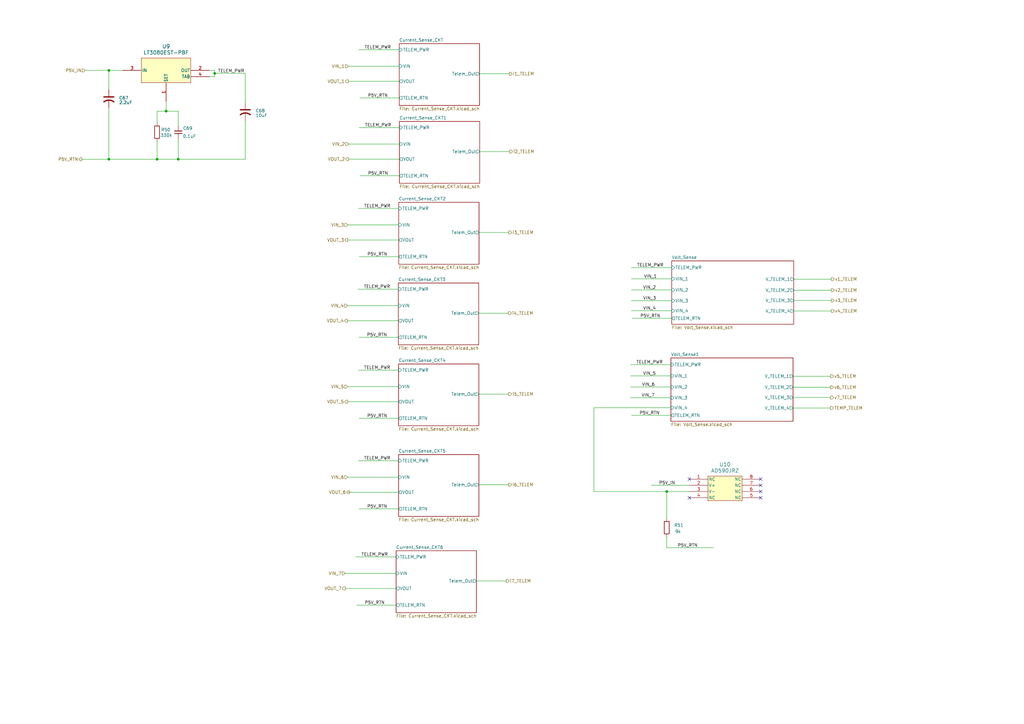
<source format=kicad_sch>
(kicad_sch
	(version 20250114)
	(generator "eeschema")
	(generator_version "9.0")
	(uuid "db655c9c-4203-47cc-948e-2e3b3ae1909a")
	(paper "A3")
	(lib_symbols
		(symbol "Analog_Devices:AD590JRZ-RL"
			(pin_names
				(offset 0.254)
			)
			(exclude_from_sim no)
			(in_bom yes)
			(on_board yes)
			(property "Reference" "U"
				(at 14.986 5.588 0)
				(effects
					(font
						(size 1.524 1.524)
					)
				)
			)
			(property "Value" "AD590JRZ"
				(at 14.986 3.048 0)
				(effects
					(font
						(size 1.524 1.524)
					)
				)
			)
			(property "Footprint" "R_8_ADI"
				(at 0 0 0)
				(effects
					(font
						(size 1.27 1.27)
						(italic yes)
					)
					(hide yes)
				)
			)
			(property "Datasheet" "https://www.analog.com/media/en/technical-documentation/data-sheets/AD590.pdf"
				(at 0 0 0)
				(effects
					(font
						(size 1.27 1.27)
						(italic yes)
					)
					(hide yes)
				)
			)
			(property "Description" "SENSOR ANALOG -55C-150C 8SOIC"
				(at 0 0 0)
				(effects
					(font
						(size 1.27 1.27)
					)
					(hide yes)
				)
			)
			(property "Manufacturer" "Analog Devices Inc."
				(at 0 0 0)
				(effects
					(font
						(size 1.27 1.27)
					)
					(hide yes)
				)
			)
			(property "Man. Part Num" "AD590JRZ"
				(at 0 0 0)
				(effects
					(font
						(size 1.27 1.27)
					)
					(hide yes)
				)
			)
			(property "Distributor" "Digi-Key"
				(at 0 0 0)
				(effects
					(font
						(size 1.27 1.27)
					)
					(hide yes)
				)
			)
			(property "Dist. Part Num" "AD590JRZ-ND"
				(at 0 0 0)
				(effects
					(font
						(size 1.27 1.27)
					)
					(hide yes)
				)
			)
			(property "Part Type" "SMD"
				(at 0 0 0)
				(effects
					(font
						(size 1.27 1.27)
					)
					(hide yes)
				)
			)
			(property "Package" "8-SOIC"
				(at 0 0 0)
				(effects
					(font
						(size 1.27 1.27)
					)
					(hide yes)
				)
			)
			(property "Notes" ""
				(at 0 0 0)
				(effects
					(font
						(size 1.27 1.27)
					)
					(hide yes)
				)
			)
			(property "ki_keywords" "AD590JRZ-RL"
				(at 0 0 0)
				(effects
					(font
						(size 1.27 1.27)
					)
					(hide yes)
				)
			)
			(property "ki_fp_filters" "R_8_ADI R_8_ADI-M R_8_ADI-L"
				(at 0 0 0)
				(effects
					(font
						(size 1.27 1.27)
					)
					(hide yes)
				)
			)
			(symbol "AD590JRZ-RL_0_1"
				(pin unspecified line
					(at 0 0 0)
					(length 7.62)
					(name "NC"
						(effects
							(font
								(size 1.27 1.27)
							)
						)
					)
					(number "1"
						(effects
							(font
								(size 1.27 1.27)
							)
						)
					)
				)
				(pin unspecified line
					(at 0 -2.54 0)
					(length 7.62)
					(name "V+"
						(effects
							(font
								(size 1.27 1.27)
							)
						)
					)
					(number "2"
						(effects
							(font
								(size 1.27 1.27)
							)
						)
					)
				)
				(pin unspecified line
					(at 0 -5.08 0)
					(length 7.62)
					(name "V-"
						(effects
							(font
								(size 1.27 1.27)
							)
						)
					)
					(number "3"
						(effects
							(font
								(size 1.27 1.27)
							)
						)
					)
				)
				(pin unspecified line
					(at 0 -7.62 0)
					(length 7.62)
					(name "NC"
						(effects
							(font
								(size 1.27 1.27)
							)
						)
					)
					(number "4"
						(effects
							(font
								(size 1.27 1.27)
							)
						)
					)
				)
				(pin unspecified line
					(at 29.21 0 180)
					(length 7.62)
					(name "NC"
						(effects
							(font
								(size 1.27 1.27)
							)
						)
					)
					(number "8"
						(effects
							(font
								(size 1.27 1.27)
							)
						)
					)
				)
				(pin unspecified line
					(at 29.21 -2.54 180)
					(length 7.62)
					(name "NC"
						(effects
							(font
								(size 1.27 1.27)
							)
						)
					)
					(number "7"
						(effects
							(font
								(size 1.27 1.27)
							)
						)
					)
				)
				(pin unspecified line
					(at 29.21 -5.08 180)
					(length 7.62)
					(name "NC"
						(effects
							(font
								(size 1.27 1.27)
							)
						)
					)
					(number "6"
						(effects
							(font
								(size 1.27 1.27)
							)
						)
					)
				)
				(pin unspecified line
					(at 29.21 -7.62 180)
					(length 7.62)
					(name "NC"
						(effects
							(font
								(size 1.27 1.27)
							)
						)
					)
					(number "5"
						(effects
							(font
								(size 1.27 1.27)
							)
						)
					)
				)
			)
			(symbol "AD590JRZ-RL_1_1"
				(rectangle
					(start 7.62 1.27)
					(end 21.59 -8.89)
					(stroke
						(width 0)
						(type default)
					)
					(fill
						(type background)
					)
				)
			)
			(embedded_fonts no)
		)
		(symbol "Analog_Devices:LT3080EST-PBF"
			(pin_names
				(offset 0.254)
			)
			(exclude_from_sim no)
			(in_bom yes)
			(on_board yes)
			(property "Reference" "U"
				(at 10.16 16.51 0)
				(effects
					(font
						(size 1.524 1.524)
					)
				)
			)
			(property "Value" "LT3080EST-PBF"
				(at 10.16 13.97 0)
				(effects
					(font
						(size 1.524 1.524)
					)
				)
			)
			(property "Footprint" "SOT-3_ST_LIT"
				(at -14.224 13.208 0)
				(effects
					(font
						(size 1.27 1.27)
						(italic yes)
					)
					(hide yes)
				)
			)
			(property "Datasheet" "https://www.analog.com/media/en/technical-documentation/data-sheets/lt3080.pdf"
				(at -10.922 19.558 0)
				(effects
					(font
						(size 1.27 1.27)
						(italic yes)
					)
					(hide yes)
				)
			)
			(property "Description" "IC REG LIN POS ADJ 1.1A SOT223-3"
				(at -17.78 6.35 0)
				(effects
					(font
						(size 1.27 1.27)
					)
					(hide yes)
				)
			)
			(property "Manufacturer" "Analog Devices Inc."
				(at 0 0 0)
				(effects
					(font
						(size 1.27 1.27)
					)
					(hide yes)
				)
			)
			(property "Man. Part Num" "LT3080EST#PBF"
				(at 0 0 0)
				(effects
					(font
						(size 1.27 1.27)
					)
					(hide yes)
				)
			)
			(property "Distributor" "Digi-Key"
				(at 0 0 0)
				(effects
					(font
						(size 1.27 1.27)
					)
					(hide yes)
				)
			)
			(property "Dist. Part Num" "505-LT3080EST#PBF-ND"
				(at 0 0 0)
				(effects
					(font
						(size 1.27 1.27)
					)
					(hide yes)
				)
			)
			(property "Part Type" "SMD"
				(at 0 0 0)
				(effects
					(font
						(size 1.27 1.27)
					)
					(hide yes)
				)
			)
			(property "Package" "SOT223-3"
				(at 0 0 0)
				(effects
					(font
						(size 1.27 1.27)
					)
					(hide yes)
				)
			)
			(property "Notes" ""
				(at 0 0 0)
				(effects
					(font
						(size 1.27 1.27)
					)
					(hide yes)
				)
			)
			(property "ki_keywords" "LT3080EST#PBF"
				(at 0 0 0)
				(effects
					(font
						(size 1.27 1.27)
					)
					(hide yes)
				)
			)
			(property "ki_fp_filters" "SOT-3_ST_LIT SOT-3_ST_LIT-M SOT-3_ST_LIT-L"
				(at 0 0 0)
				(effects
					(font
						(size 1.27 1.27)
					)
					(hide yes)
				)
			)
			(symbol "LT3080EST-PBF_0_1"
				(pin power_in line
					(at -7.62 5.08 0)
					(length 7.62)
					(name "IN"
						(effects
							(font
								(size 1.27 1.27)
							)
						)
					)
					(number "3"
						(effects
							(font
								(size 1.27 1.27)
							)
						)
					)
				)
				(pin input line
					(at 10.16 -7.62 90)
					(length 7.62)
					(name "SET"
						(effects
							(font
								(size 1.27 1.27)
							)
						)
					)
					(number "1"
						(effects
							(font
								(size 1.27 1.27)
							)
						)
					)
				)
				(pin output line
					(at 27.94 5.08 180)
					(length 7.62)
					(name "OUT"
						(effects
							(font
								(size 1.27 1.27)
							)
						)
					)
					(number "2"
						(effects
							(font
								(size 1.27 1.27)
							)
						)
					)
				)
			)
			(symbol "LT3080EST-PBF_1_1"
				(rectangle
					(start 0 10.16)
					(end 20.32 0)
					(stroke
						(width 0)
						(type default)
					)
					(fill
						(type background)
					)
				)
				(pin output line
					(at 27.94 2.54 180)
					(length 7.62)
					(name "TAB"
						(effects
							(font
								(size 1.27 1.27)
							)
						)
					)
					(number "4"
						(effects
							(font
								(size 1.27 1.27)
							)
						)
					)
				)
			)
			(embedded_fonts no)
		)
		(symbol "Passive_Parts:C"
			(pin_numbers
				(hide yes)
			)
			(pin_names
				(offset 0)
				(hide yes)
			)
			(exclude_from_sim no)
			(in_bom yes)
			(on_board yes)
			(property "Reference" "C"
				(at 2.54 5.08 0)
				(effects
					(font
						(size 1.27 1.27)
					)
				)
			)
			(property "Value" ""
				(at 0 0 0)
				(effects
					(font
						(size 1.27 1.27)
					)
				)
			)
			(property "Footprint" ""
				(at 0 0 0)
				(effects
					(font
						(size 1.27 1.27)
					)
					(hide yes)
				)
			)
			(property "Datasheet" ""
				(at 0 0 0)
				(effects
					(font
						(size 1.27 1.27)
					)
					(hide yes)
				)
			)
			(property "Description" ""
				(at 0 0 0)
				(effects
					(font
						(size 1.27 1.27)
					)
					(hide yes)
				)
			)
			(property "Manufacturer" ""
				(at 0 0 0)
				(effects
					(font
						(size 1.27 1.27)
					)
					(hide yes)
				)
			)
			(property "Man. Part Num" ""
				(at 0 0 0)
				(effects
					(font
						(size 1.27 1.27)
					)
					(hide yes)
				)
			)
			(property "Distributor" "Digi-Key"
				(at 0 0 0)
				(effects
					(font
						(size 1.27 1.27)
					)
					(hide yes)
				)
			)
			(property "Dist. Part Num" ""
				(at 0 0 0)
				(effects
					(font
						(size 1.27 1.27)
					)
					(hide yes)
				)
			)
			(property "Package" ""
				(at 0 0 0)
				(effects
					(font
						(size 1.27 1.27)
					)
					(hide yes)
				)
			)
			(property "Part Type" "SMD"
				(at 0 0 0)
				(effects
					(font
						(size 1.27 1.27)
					)
					(hide yes)
				)
			)
			(property "Notes" ""
				(at 0 0 0)
				(effects
					(font
						(size 1.27 1.27)
					)
					(hide yes)
				)
			)
			(symbol "C_0_1"
				(polyline
					(pts
						(xy 2.032 1.016) (xy 2.032 4.064)
					)
					(stroke
						(width 0.3048)
						(type default)
					)
					(fill
						(type none)
					)
				)
				(polyline
					(pts
						(xy 3.048 1.016) (xy 3.048 4.064)
					)
					(stroke
						(width 0.3302)
						(type default)
					)
					(fill
						(type none)
					)
				)
			)
			(symbol "C_1_1"
				(pin passive line
					(at 0 2.54 0)
					(length 2.032)
					(name "~"
						(effects
							(font
								(size 1.27 1.27)
							)
						)
					)
					(number "1"
						(effects
							(font
								(size 1.27 1.27)
							)
						)
					)
				)
				(pin passive line
					(at 5.08 2.54 180)
					(length 2.032)
					(name "~"
						(effects
							(font
								(size 1.27 1.27)
							)
						)
					)
					(number "2"
						(effects
							(font
								(size 1.27 1.27)
							)
						)
					)
				)
			)
			(embedded_fonts no)
		)
		(symbol "Passive_Parts:C_Tantalum"
			(pin_numbers
				(hide yes)
			)
			(pin_names
				(offset 0)
				(hide yes)
			)
			(exclude_from_sim no)
			(in_bom yes)
			(on_board yes)
			(property "Reference" "C"
				(at 0 0 0)
				(effects
					(font
						(size 1.27 1.27)
					)
				)
			)
			(property "Value" ""
				(at 0 0 0)
				(effects
					(font
						(size 1.27 1.27)
					)
				)
			)
			(property "Footprint" ""
				(at 0 0 0)
				(effects
					(font
						(size 1.27 1.27)
					)
					(hide yes)
				)
			)
			(property "Datasheet" ""
				(at 0 0 0)
				(effects
					(font
						(size 1.27 1.27)
					)
					(hide yes)
				)
			)
			(property "Description" ""
				(at 0 0 0)
				(effects
					(font
						(size 1.27 1.27)
					)
					(hide yes)
				)
			)
			(property "Manufacturer" ""
				(at 0 0 0)
				(effects
					(font
						(size 1.27 1.27)
					)
					(hide yes)
				)
			)
			(property "Man. Part Num" ""
				(at 0 0 0)
				(effects
					(font
						(size 1.27 1.27)
					)
					(hide yes)
				)
			)
			(property "Distributor" "Digi-Key"
				(at 0 0 0)
				(effects
					(font
						(size 1.27 1.27)
					)
					(hide yes)
				)
			)
			(property "Dist. Part Num" ""
				(at 0 0 0)
				(effects
					(font
						(size 1.27 1.27)
					)
					(hide yes)
				)
			)
			(property "Part Type" ""
				(at 0 0 0)
				(effects
					(font
						(size 1.27 1.27)
					)
					(hide yes)
				)
			)
			(property "Package" ""
				(at 0 0 0)
				(effects
					(font
						(size 1.27 1.27)
					)
					(hide yes)
				)
			)
			(property "Notes" ""
				(at 0 0 0)
				(effects
					(font
						(size 1.27 1.27)
					)
					(hide yes)
				)
			)
			(symbol "C_Tantalum_0_1"
				(polyline
					(pts
						(xy 4.318 0.508) (xy 4.318 4.572)
					)
					(stroke
						(width 0.508)
						(type default)
					)
					(fill
						(type none)
					)
				)
				(arc
					(start 6.35 0.508)
					(mid 5.6372 2.54)
					(end 6.35 4.572)
					(stroke
						(width 0.508)
						(type default)
					)
					(fill
						(type none)
					)
				)
			)
			(symbol "C_Tantalum_1_1"
				(pin passive line
					(at 1.27 2.54 0)
					(length 2.794)
					(name "~"
						(effects
							(font
								(size 1.27 1.27)
							)
						)
					)
					(number "1"
						(effects
							(font
								(size 1.27 1.27)
							)
						)
					)
				)
				(pin passive line
					(at 8.89 2.54 180)
					(length 3.302)
					(name "~"
						(effects
							(font
								(size 1.27 1.27)
							)
						)
					)
					(number "2"
						(effects
							(font
								(size 1.27 1.27)
							)
						)
					)
				)
			)
			(embedded_fonts no)
		)
		(symbol "Passive_Parts:R"
			(pin_numbers
				(hide yes)
			)
			(pin_names
				(offset 0)
				(hide yes)
			)
			(exclude_from_sim no)
			(in_bom yes)
			(on_board yes)
			(property "Reference" "R"
				(at 2.54 5.08 0)
				(effects
					(font
						(size 1.27 1.27)
					)
				)
			)
			(property "Value" ""
				(at 0 0 0)
				(effects
					(font
						(size 1.27 1.27)
					)
				)
			)
			(property "Footprint" ""
				(at 0 0 0)
				(effects
					(font
						(size 1.27 1.27)
					)
					(hide yes)
				)
			)
			(property "Datasheet" ""
				(at 0 0 0)
				(effects
					(font
						(size 1.27 1.27)
					)
					(hide yes)
				)
			)
			(property "Description" ""
				(at 0 0 0)
				(effects
					(font
						(size 1.27 1.27)
					)
					(hide yes)
				)
			)
			(property "Manufacturer" ""
				(at 0 0 0)
				(effects
					(font
						(size 1.27 1.27)
					)
					(hide yes)
				)
			)
			(property "Man. Part Num" ""
				(at 0 0 0)
				(effects
					(font
						(size 1.27 1.27)
					)
					(hide yes)
				)
			)
			(property "Distributor" "Digi-Key"
				(at 0 0 0)
				(effects
					(font
						(size 1.27 1.27)
					)
					(hide yes)
				)
			)
			(property "Dist. Part Num" ""
				(at 0 0 0)
				(effects
					(font
						(size 1.27 1.27)
					)
					(hide yes)
				)
			)
			(property "Part Type" "SMD"
				(at 0 0 0)
				(effects
					(font
						(size 1.27 1.27)
					)
					(hide yes)
				)
			)
			(property "Notes" ""
				(at 0 0 0)
				(effects
					(font
						(size 1.27 1.27)
					)
					(hide yes)
				)
			)
			(property "Package" ""
				(at 0 0 0)
				(effects
					(font
						(size 1.27 1.27)
					)
					(hide yes)
				)
			)
			(symbol "R_0_1"
				(rectangle
					(start 5.08 1.524)
					(end 0 3.556)
					(stroke
						(width 0.254)
						(type default)
					)
					(fill
						(type none)
					)
				)
			)
			(symbol "R_1_1"
				(pin passive line
					(at -1.27 2.54 0)
					(length 1.27)
					(name "~"
						(effects
							(font
								(size 1.27 1.27)
							)
						)
					)
					(number "1"
						(effects
							(font
								(size 1.27 1.27)
							)
						)
					)
				)
				(pin passive line
					(at 6.35 2.54 180)
					(length 1.27)
					(name "~"
						(effects
							(font
								(size 1.27 1.27)
							)
						)
					)
					(number "2"
						(effects
							(font
								(size 1.27 1.27)
							)
						)
					)
				)
			)
			(embedded_fonts no)
		)
	)
	(junction
		(at 64.4246 65.3103)
		(diameter 0)
		(color 0 0 0 0)
		(uuid "0a75930e-61ac-4e87-9309-28c73b5a65ab")
	)
	(junction
		(at 73.1044 65.3103)
		(diameter 0)
		(color 0 0 0 0)
		(uuid "5ab256c0-3d69-469d-a64e-6959c4caa277")
	)
	(junction
		(at 88.0289 30.1083)
		(diameter 0)
		(color 0 0 0 0)
		(uuid "78997665-74a3-4916-a7c2-27e9890bdd8f")
	)
	(junction
		(at 68.1242 45.5881)
		(diameter 0)
		(color 0 0 0 0)
		(uuid "7db58ddb-498e-4825-ad19-d0001b3acc78")
	)
	(junction
		(at 44.6487 28.8842)
		(diameter 0)
		(color 0 0 0 0)
		(uuid "adf4cd4b-7f78-42d0-aeba-92762a1a417f")
	)
	(junction
		(at 44.6487 65.3103)
		(diameter 0)
		(color 0 0 0 0)
		(uuid "b4c38a2d-65de-4cf2-9d28-c9cad46ec41e")
	)
	(junction
		(at 273.4592 201.5979)
		(diameter 0)
		(color 0 0 0 0)
		(uuid "e85a78c8-fed1-4fca-9c10-1a6997c7adaf")
	)
	(no_connect
		(at 311.9682 196.5179)
		(uuid "050b234c-4e97-4b73-bc81-fa4db46ce445")
	)
	(no_connect
		(at 311.9682 201.5979)
		(uuid "6ef2e871-15af-4932-ad4a-357870b01146")
	)
	(no_connect
		(at 311.9682 199.0579)
		(uuid "89d19374-1097-4eb3-b421-e9de0f24abca")
	)
	(no_connect
		(at 282.7582 204.1379)
		(uuid "97815d1b-f270-4808-9a7e-9cdcfc26bf80")
	)
	(no_connect
		(at 282.7582 196.5179)
		(uuid "de6a7dc3-0279-4f74-9c80-64150a0d4b46")
	)
	(no_connect
		(at 311.9682 204.1379)
		(uuid "f6926e51-9d62-4a9f-81c3-c1e37b938ee6")
	)
	(wire
		(pts
			(xy 275.1751 170.363) (xy 259.008 170.363)
		)
		(stroke
			(width 0)
			(type default)
		)
		(uuid "0324dc6b-1e58-403b-b791-0db8bc734d00")
	)
	(wire
		(pts
			(xy 273.4592 201.5979) (xy 282.7582 201.5979)
		)
		(stroke
			(width 0)
			(type default)
		)
		(uuid "0373a173-ed90-49c8-9f72-f9fff301e1fb")
	)
	(wire
		(pts
			(xy 64.4246 65.3103) (xy 73.1044 65.3103)
		)
		(stroke
			(width 0)
			(type default)
		)
		(uuid "037679b1-237e-4438-b936-8c617caa67ba")
	)
	(wire
		(pts
			(xy 163.4602 151.7981) (xy 146.9156 151.7981)
		)
		(stroke
			(width 0)
			(type default)
		)
		(uuid "0391b230-ac60-4df8-9a5f-623cbfc51d46")
	)
	(wire
		(pts
			(xy 100.6128 49.5908) (xy 100.6128 65.3103)
		)
		(stroke
			(width 0)
			(type default)
		)
		(uuid "03f44846-44ab-4938-8bee-59057d805c6c")
	)
	(wire
		(pts
			(xy 325.5721 119.0239) (xy 340.9528 119.0239)
		)
		(stroke
			(width 0)
			(type default)
		)
		(uuid "041cd21d-61fd-4bd7-862e-ae1e67de7bc0")
	)
	(wire
		(pts
			(xy 68.1242 41.5842) (xy 68.1242 45.5881)
		)
		(stroke
			(width 0)
			(type default)
		)
		(uuid "0599c9a1-957d-40bf-a36b-15848ac6d816")
	)
	(wire
		(pts
			(xy 68.1242 45.5881) (xy 64.4246 45.5881)
		)
		(stroke
			(width 0)
			(type default)
		)
		(uuid "07ea2008-14a7-43de-a98e-28bd216efc14")
	)
	(wire
		(pts
			(xy 163.8207 59.0805) (xy 142.9619 59.0805)
		)
		(stroke
			(width 0)
			(type default)
		)
		(uuid "0a42fbb7-e9c4-4508-8918-3c7b0b65af72")
	)
	(wire
		(pts
			(xy 88.0289 31.4242) (xy 85.9042 31.4242)
		)
		(stroke
			(width 0)
			(type default)
		)
		(uuid "0fadfbcb-b020-4db3-872c-f03d1f8693ee")
	)
	(wire
		(pts
			(xy 275.1751 158.7146) (xy 258.6305 158.7146)
		)
		(stroke
			(width 0)
			(type default)
		)
		(uuid "0fd2cdc8-8b54-41ea-af21-fcb4a2d3344d")
	)
	(wire
		(pts
			(xy 163.3818 131.5309) (xy 142.523 131.5309)
		)
		(stroke
			(width 0)
			(type default)
		)
		(uuid "0feecc41-dac6-4f65-b03b-25a8aceff247")
	)
	(wire
		(pts
			(xy 34.9356 28.8842) (xy 44.6487 28.8842)
		)
		(stroke
			(width 0)
			(type default)
		)
		(uuid "1136c331-2952-4172-8713-dca8b767fa1c")
	)
	(wire
		(pts
			(xy 163.8207 65.2642) (xy 142.9619 65.2642)
		)
		(stroke
			(width 0)
			(type default)
		)
		(uuid "1317b5ee-c05c-4853-afbd-cb441b32ec43")
	)
	(wire
		(pts
			(xy 163.7188 40.1746) (xy 147.5517 40.1746)
		)
		(stroke
			(width 0)
			(type default)
		)
		(uuid "14da579d-930a-455c-81ef-fd105500ddf6")
	)
	(wire
		(pts
			(xy 275.483 114.3861) (xy 258.9384 114.3861)
		)
		(stroke
			(width 0)
			(type default)
		)
		(uuid "1a123560-2c88-4298-b0ef-2cf31d6cd716")
	)
	(wire
		(pts
			(xy 88.0289 30.1083) (xy 100.6128 30.1083)
		)
		(stroke
			(width 0)
			(type default)
		)
		(uuid "1b978b0d-3df0-4bfc-931f-1f8273019ed7")
	)
	(wire
		(pts
			(xy 163.4729 208.72) (xy 147.3058 208.72)
		)
		(stroke
			(width 0)
			(type default)
		)
		(uuid "1ea90f2c-4a96-490e-b226-a0e63386caa9")
	)
	(wire
		(pts
			(xy 100.6128 30.1083) (xy 100.6128 41.9708)
		)
		(stroke
			(width 0)
			(type default)
		)
		(uuid "1f994172-1f9e-402c-8b08-82978627de4a")
	)
	(wire
		(pts
			(xy 196.337 128.439) (xy 208.5306 128.439)
		)
		(stroke
			(width 0)
			(type default)
		)
		(uuid "21d63deb-056e-4c5a-86cc-e5ed19dbacf1")
	)
	(wire
		(pts
			(xy 273.4592 201.5979) (xy 243.6066 201.5979)
		)
		(stroke
			(width 0)
			(type default)
		)
		(uuid "24122666-95df-4b59-a76c-c9b0505dcdc2")
	)
	(wire
		(pts
			(xy 196.7759 62.1723) (xy 208.9695 62.1723)
		)
		(stroke
			(width 0)
			(type default)
		)
		(uuid "2682faee-5f9d-48c3-be15-766a337cfc36")
	)
	(wire
		(pts
			(xy 44.6487 65.3103) (xy 64.4246 65.3103)
		)
		(stroke
			(width 0)
			(type default)
		)
		(uuid "27b1f5c4-beef-40e2-9902-039324eddb6d")
	)
	(wire
		(pts
			(xy 88.0289 28.8842) (xy 88.0289 30.1083)
		)
		(stroke
			(width 0)
			(type default)
		)
		(uuid "2e96f1cd-d0d4-4a78-b66a-147549511639")
	)
	(wire
		(pts
			(xy 275.1751 163.1367) (xy 258.6305 163.1367)
		)
		(stroke
			(width 0)
			(type default)
		)
		(uuid "304836cb-bbcc-4199-89fe-edeb9b7c35ae")
	)
	(wire
		(pts
			(xy 325.5721 127.5445) (xy 340.9528 127.5445)
		)
		(stroke
			(width 0)
			(type default)
		)
		(uuid "366b50c4-0775-4e6e-b47d-ac0d9b94a1d3")
	)
	(wire
		(pts
			(xy 162.4511 228.4178) (xy 145.9065 228.4178)
		)
		(stroke
			(width 0)
			(type default)
		)
		(uuid "393c4769-3b23-4990-bc9f-74ff57b5468d")
	)
	(wire
		(pts
			(xy 275.483 130.5644) (xy 259.3159 130.5644)
		)
		(stroke
			(width 0)
			(type default)
		)
		(uuid "39eef0d4-f383-4c31-b449-808a633e920f")
	)
	(wire
		(pts
			(xy 282.7582 199.0579) (xy 267.227 199.0579)
		)
		(stroke
			(width 0)
			(type default)
		)
		(uuid "3b7766f4-f226-4c0e-8ae5-b1afb840584e")
	)
	(wire
		(pts
			(xy 325.2642 163.0289) (xy 340.6449 163.0289)
		)
		(stroke
			(width 0)
			(type default)
		)
		(uuid "3c4517fd-e66b-4802-9ea6-4d594e1aec48")
	)
	(wire
		(pts
			(xy 88.0289 30.1083) (xy 88.0289 31.4242)
		)
		(stroke
			(width 0)
			(type default)
		)
		(uuid "3e11ba86-b74e-4570-bfc9-41e4f9d7cde2")
	)
	(wire
		(pts
			(xy 73.1044 45.5881) (xy 68.1242 45.5881)
		)
		(stroke
			(width 0)
			(type default)
		)
		(uuid "422adceb-7e8f-4c4b-96db-b1d1e05dae8b")
	)
	(wire
		(pts
			(xy 163.4729 188.9465) (xy 146.9283 188.9465)
		)
		(stroke
			(width 0)
			(type default)
		)
		(uuid "45016d66-a64c-41a0-96e6-73cd576cf588")
	)
	(wire
		(pts
			(xy 44.6487 65.3103) (xy 33.5728 65.3103)
		)
		(stroke
			(width 0)
			(type default)
		)
		(uuid "45a7298a-da67-46d0-9bf1-6787d0c3bdcd")
	)
	(wire
		(pts
			(xy 275.483 123.3381) (xy 258.9384 123.3381)
		)
		(stroke
			(width 0)
			(type default)
		)
		(uuid "48edf28e-c01b-4e39-9f30-0a2e4b7beaec")
	)
	(wire
		(pts
			(xy 162.4511 248.1913) (xy 146.284 248.1913)
		)
		(stroke
			(width 0)
			(type default)
		)
		(uuid "4a5bf58d-ddef-4e55-9ce5-6ea3c84a6f9a")
	)
	(wire
		(pts
			(xy 163.8207 72.095) (xy 147.6536 72.095)
		)
		(stroke
			(width 0)
			(type default)
		)
		(uuid "4c873ea7-26a6-41c6-9e12-48e9327e2bf8")
	)
	(wire
		(pts
			(xy 273.4592 220.2443) (xy 273.4592 224.6861)
		)
		(stroke
			(width 0)
			(type default)
		)
		(uuid "5a8fc2c2-e96a-4c35-89f3-a5bfdcccf58e")
	)
	(wire
		(pts
			(xy 196.4281 198.7973) (xy 208.6217 198.7973)
		)
		(stroke
			(width 0)
			(type default)
		)
		(uuid "5db1a55a-8ee7-4692-9b9e-628c97b08afd")
	)
	(wire
		(pts
			(xy 73.1044 65.3103) (xy 73.1044 56.7846)
		)
		(stroke
			(width 0)
			(type default)
		)
		(uuid "5dea0143-610d-4208-89ad-b10d32f0a157")
	)
	(wire
		(pts
			(xy 44.6487 44.3252) (xy 44.6487 65.3103)
		)
		(stroke
			(width 0)
			(type default)
		)
		(uuid "636516c9-a062-4f27-a623-c9133df9eb3b")
	)
	(wire
		(pts
			(xy 163.4602 158.5571) (xy 142.6014 158.5571)
		)
		(stroke
			(width 0)
			(type default)
		)
		(uuid "6d91cbc7-ea8f-4fde-bb16-75d4ee420e8c")
	)
	(wire
		(pts
			(xy 196.4708 95.3471) (xy 208.6644 95.3471)
		)
		(stroke
			(width 0)
			(type default)
		)
		(uuid "6edb41dc-5279-45e1-8e20-6cb1559b8adf")
	)
	(wire
		(pts
			(xy 275.483 127.4366) (xy 258.9384 127.4366)
		)
		(stroke
			(width 0)
			(type default)
		)
		(uuid "7069370f-cf02-4f99-bb0b-a50b0f49acc0")
	)
	(wire
		(pts
			(xy 163.4729 201.8892) (xy 142.6141 201.8892)
		)
		(stroke
			(width 0)
			(type default)
		)
		(uuid "70a13051-fd22-4a84-84a4-338c4b212253")
	)
	(wire
		(pts
			(xy 163.4602 164.7408) (xy 142.6014 164.7408)
		)
		(stroke
			(width 0)
			(type default)
		)
		(uuid "7aa5d7cb-3774-4500-aa6e-2dc90a29648a")
	)
	(wire
		(pts
			(xy 163.7188 27.1601) (xy 142.86 27.1601)
		)
		(stroke
			(width 0)
			(type default)
		)
		(uuid "7c4227ab-c37c-410a-98c2-86aac41f8eee")
	)
	(wire
		(pts
			(xy 196.4154 161.6489) (xy 208.609 161.6489)
		)
		(stroke
			(width 0)
			(type default)
		)
		(uuid "84947d07-9ad4-499e-a35a-6eeff3f74dd9")
	)
	(wire
		(pts
			(xy 163.7188 20.4011) (xy 147.1742 20.4011)
		)
		(stroke
			(width 0)
			(type default)
		)
		(uuid "8579060c-8c09-4f75-8e63-6b0c1e691fb2")
	)
	(wire
		(pts
			(xy 195.4063 238.2686) (xy 207.5999 238.2686)
		)
		(stroke
			(width 0)
			(type default)
		)
		(uuid "86c1fa24-2d7a-4b75-be57-99ecd3bf8550")
	)
	(wire
		(pts
			(xy 162.4511 235.1768) (xy 141.5923 235.1768)
		)
		(stroke
			(width 0)
			(type default)
		)
		(uuid "8a7be186-bf06-4ace-a8b9-59c9d6adb678")
	)
	(wire
		(pts
			(xy 273.4592 212.6243) (xy 273.4592 201.5979)
		)
		(stroke
			(width 0)
			(type default)
		)
		(uuid "90350a3e-260b-4212-995b-9692bb470947")
	)
	(wire
		(pts
			(xy 73.1044 51.7046) (xy 73.1044 45.5881)
		)
		(stroke
			(width 0)
			(type default)
		)
		(uuid "95a1fa2e-0595-4376-8758-8adc7d722c5e")
	)
	(wire
		(pts
			(xy 163.5156 85.4963) (xy 146.971 85.4963)
		)
		(stroke
			(width 0)
			(type default)
		)
		(uuid "9850625a-546e-4ff9-a992-4724b8d34f92")
	)
	(wire
		(pts
			(xy 163.4729 195.7055) (xy 142.6141 195.7055)
		)
		(stroke
			(width 0)
			(type default)
		)
		(uuid "988e53aa-6e32-4bb7-9ffb-547c22c02997")
	)
	(wire
		(pts
			(xy 196.674 30.2519) (xy 208.8676 30.2519)
		)
		(stroke
			(width 0)
			(type default)
		)
		(uuid "9b2eac84-2073-4ce7-b736-dea264a18521")
	)
	(wire
		(pts
			(xy 325.5721 123.2303) (xy 340.9528 123.2303)
		)
		(stroke
			(width 0)
			(type default)
		)
		(uuid "9f1c604f-aa4e-45e7-ac3f-273778474c27")
	)
	(wire
		(pts
			(xy 243.6066 201.5979) (xy 243.6066 167.2352)
		)
		(stroke
			(width 0)
			(type default)
		)
		(uuid "9fa49887-df17-4742-82a2-4047da20bdc6")
	)
	(wire
		(pts
			(xy 275.483 109.7484) (xy 258.9384 109.7484)
		)
		(stroke
			(width 0)
			(type default)
		)
		(uuid "a2c8ed2a-b9e0-4c3f-b360-4b2ab524f483")
	)
	(wire
		(pts
			(xy 162.4511 241.3605) (xy 141.5923 241.3605)
		)
		(stroke
			(width 0)
			(type default)
		)
		(uuid "aa648c67-384f-48d1-82b2-838fbe6444d7")
	)
	(wire
		(pts
			(xy 85.9042 28.8842) (xy 88.0289 28.8842)
		)
		(stroke
			(width 0)
			(type default)
		)
		(uuid "b47bb446-058a-449a-9509-b2eb4c860714")
	)
	(wire
		(pts
			(xy 44.6487 28.8842) (xy 50.3442 28.8842)
		)
		(stroke
			(width 0)
			(type default)
		)
		(uuid "b53e6e36-fd92-4a9b-8d61-5a60f2819f35")
	)
	(wire
		(pts
			(xy 163.8207 52.3215) (xy 147.2761 52.3215)
		)
		(stroke
			(width 0)
			(type default)
		)
		(uuid "b822ea9f-7f8f-4717-b5c2-26e38ca80b41")
	)
	(wire
		(pts
			(xy 325.5721 114.494) (xy 340.9528 114.494)
		)
		(stroke
			(width 0)
			(type default)
		)
		(uuid "b87ba31f-2956-4a29-806b-1ca0d9665174")
	)
	(wire
		(pts
			(xy 163.7188 33.3438) (xy 142.86 33.3438)
		)
		(stroke
			(width 0)
			(type default)
		)
		(uuid "b911d3a2-e64a-43c9-855a-5efe81863f6e")
	)
	(wire
		(pts
			(xy 163.5156 92.2553) (xy 142.6568 92.2553)
		)
		(stroke
			(width 0)
			(type default)
		)
		(uuid "bd523e5d-3a81-457a-81b3-36147b5fe0d6")
	)
	(wire
		(pts
			(xy 163.4602 171.5716) (xy 147.2931 171.5716)
		)
		(stroke
			(width 0)
			(type default)
		)
		(uuid "c2e58f8d-e4c8-430b-80a4-cc4051b6ad9c")
	)
	(wire
		(pts
			(xy 325.2642 158.8225) (xy 340.6449 158.8225)
		)
		(stroke
			(width 0)
			(type default)
		)
		(uuid "c2f74ff4-3606-439f-aed2-43694205c7d2")
	)
	(wire
		(pts
			(xy 163.5156 105.2698) (xy 147.3485 105.2698)
		)
		(stroke
			(width 0)
			(type default)
		)
		(uuid "c3907304-2f0c-46d7-a9db-b49842add5d1")
	)
	(wire
		(pts
			(xy 275.1751 149.547) (xy 258.6305 149.547)
		)
		(stroke
			(width 0)
			(type default)
		)
		(uuid "c5a6771c-4ea9-4df0-8272-bf018430415d")
	)
	(wire
		(pts
			(xy 163.3818 125.3472) (xy 142.523 125.3472)
		)
		(stroke
			(width 0)
			(type default)
		)
		(uuid "ca135c3f-dcbc-41fb-a053-c6828b5d04ac")
	)
	(wire
		(pts
			(xy 273.4592 224.6861) (xy 292.6854 224.6861)
		)
		(stroke
			(width 0)
			(type default)
		)
		(uuid "cff4018e-ead4-4c32-b282-043814b1d7c2")
	)
	(wire
		(pts
			(xy 243.6066 167.2352) (xy 275.1751 167.2352)
		)
		(stroke
			(width 0)
			(type default)
		)
		(uuid "d43c9b13-5424-4ccf-91c1-c4ec19c5ed58")
	)
	(wire
		(pts
			(xy 44.6487 36.7052) (xy 44.6487 28.8842)
		)
		(stroke
			(width 0)
			(type default)
		)
		(uuid "d47f141c-8080-4410-a673-01c54b218eb9")
	)
	(wire
		(pts
			(xy 325.2642 167.3431) (xy 340.6449 167.3431)
		)
		(stroke
			(width 0)
			(type default)
		)
		(uuid "d55396c1-61f0-458c-9296-fb3528530d63")
	)
	(wire
		(pts
			(xy 275.483 118.916) (xy 258.9384 118.916)
		)
		(stroke
			(width 0)
			(type default)
		)
		(uuid "d852bcef-c930-424d-a586-c6b7fe82eb07")
	)
	(wire
		(pts
			(xy 163.3818 118.5882) (xy 146.8372 118.5882)
		)
		(stroke
			(width 0)
			(type default)
		)
		(uuid "db7ec7fc-a9c4-462c-b3d2-ef7edc6c3c82")
	)
	(wire
		(pts
			(xy 64.4246 58.0219) (xy 64.4246 65.3103)
		)
		(stroke
			(width 0)
			(type default)
		)
		(uuid "dbe7a439-c344-4f21-92d7-8b0b3da31b6d")
	)
	(wire
		(pts
			(xy 275.1751 154.1847) (xy 258.6305 154.1847)
		)
		(stroke
			(width 0)
			(type default)
		)
		(uuid "e9645149-caae-4912-bca8-cc6f6f14ce30")
	)
	(wire
		(pts
			(xy 163.3818 138.3617) (xy 147.2147 138.3617)
		)
		(stroke
			(width 0)
			(type default)
		)
		(uuid "f101b586-10d3-4fbd-bcba-5d6f05a3c1a8")
	)
	(wire
		(pts
			(xy 163.5156 98.439) (xy 142.6568 98.439)
		)
		(stroke
			(width 0)
			(type default)
		)
		(uuid "f1d02a81-fe48-421d-a441-aa2de7b6d2bd")
	)
	(wire
		(pts
			(xy 325.2642 154.2926) (xy 340.6449 154.2926)
		)
		(stroke
			(width 0)
			(type default)
		)
		(uuid "fc3da71e-a42f-4a4a-9f65-42826d58759f")
	)
	(wire
		(pts
			(xy 64.4246 45.5881) (xy 64.4246 50.4019)
		)
		(stroke
			(width 0)
			(type default)
		)
		(uuid "fdb8cbb5-f08b-4b6d-af35-d1f749f2084b")
	)
	(wire
		(pts
			(xy 73.1044 65.3103) (xy 100.6128 65.3103)
		)
		(stroke
			(width 0)
			(type default)
		)
		(uuid "fe28a656-b838-43a6-8359-ee347e380a8b")
	)
	(label "VIN_1"
		(at 264.0311 114.3861 0)
		(effects
			(font
				(size 1.27 1.27)
			)
			(justify left bottom)
		)
		(uuid "0fa5a375-f29a-4ced-aede-444e7ceefd88")
	)
	(label "TELEM_PWR"
		(at 149.595 52.3215 0)
		(effects
			(font
				(size 1.27 1.27)
			)
			(justify left bottom)
		)
		(uuid "27ba3e30-b5ca-4b62-a36b-b12dfbcd4732")
	)
	(label "TELEM_PWR"
		(at 260.9494 149.547 0)
		(effects
			(font
				(size 1.27 1.27)
			)
			(justify left bottom)
		)
		(uuid "28d2f6f8-9ed1-4498-830f-724f349cf7af")
	)
	(label "TELEM_PWR"
		(at 148.2254 228.4178 0)
		(effects
			(font
				(size 1.27 1.27)
			)
			(justify left bottom)
		)
		(uuid "28f0db5b-3ad1-4522-a5b2-308e9ec43210")
	)
	(label "TELEM_PWR"
		(at 149.2345 151.7981 0)
		(effects
			(font
				(size 1.27 1.27)
			)
			(justify left bottom)
		)
		(uuid "2bfcd24f-d549-4084-a773-6c32af3d4ade")
	)
	(label "P5V_RTN"
		(at 150.5415 208.72 0)
		(effects
			(font
				(size 1.27 1.27)
			)
			(justify left bottom)
		)
		(uuid "2d1ed68a-60a8-42b1-9131-8bd9967a41a8")
	)
	(label "P5V_RTN"
		(at 277.8732 224.6861 0)
		(effects
			(font
				(size 1.27 1.27)
			)
			(justify left bottom)
		)
		(uuid "47694f94-795e-45f6-807a-1f8436c928e3")
	)
	(label "P5V_RTN"
		(at 150.7874 40.1746 0)
		(effects
			(font
				(size 1.27 1.27)
			)
			(justify left bottom)
		)
		(uuid "4fcf6498-9418-4d8f-ad9c-e9ce0961e130")
	)
	(label "VIN_5"
		(at 263.6446 154.1847 0)
		(effects
			(font
				(size 1.27 1.27)
			)
			(justify left bottom)
		)
		(uuid "5386b60b-9326-433a-9e37-fd0f17f778a5")
	)
	(label "P5V_IN"
		(at 270.2469 199.0579 0)
		(effects
			(font
				(size 1.27 1.27)
			)
			(justify left bottom)
		)
		(uuid "67e675a1-4ccb-407a-82f5-33a1aa21fcc0")
	)
	(label "VIN_3"
		(at 263.7434 123.3381 0)
		(effects
			(font
				(size 1.27 1.27)
			)
			(justify left bottom)
		)
		(uuid "6b68f1bf-e9fc-42a7-b3f9-78d57fc55512")
	)
	(label "VIN_6"
		(at 263.2132 158.7146 0)
		(effects
			(font
				(size 1.27 1.27)
			)
			(justify left bottom)
		)
		(uuid "6be1be1a-b19e-42d0-aa6f-d50f1352647a")
	)
	(label "P5V_RTN"
		(at 150.8893 72.095 0)
		(effects
			(font
				(size 1.27 1.27)
			)
			(justify left bottom)
		)
		(uuid "6eb2f3c0-0388-44d1-929b-50f6ac1caae2")
	)
	(label "TELEM_PWR"
		(at 149.1561 118.5882 0)
		(effects
			(font
				(size 1.27 1.27)
			)
			(justify left bottom)
		)
		(uuid "70af7a50-edfa-4f21-bafc-474a9ab6c7db")
	)
	(label "P5V_RTN"
		(at 262.5516 130.5644 0)
		(effects
			(font
				(size 1.27 1.27)
			)
			(justify left bottom)
		)
		(uuid "7271b5cc-8e6d-4025-a9a9-a184099a18f2")
	)
	(label "TELEM_PWR"
		(at 149.2899 85.4963 0)
		(effects
			(font
				(size 1.27 1.27)
			)
			(justify left bottom)
		)
		(uuid "752a1477-6d3e-4fdb-a440-e587373a55fb")
	)
	(label "TELEM_PWR"
		(at 149.2472 188.9465 0)
		(effects
			(font
				(size 1.27 1.27)
			)
			(justify left bottom)
		)
		(uuid "76808e5f-7260-4100-b984-4b3f0b47a500")
	)
	(label "P5V_RTN"
		(at 150.5288 171.5716 0)
		(effects
			(font
				(size 1.27 1.27)
			)
			(justify left bottom)
		)
		(uuid "76f84773-083b-4edd-bdcf-8adf2b041b81")
	)
	(label "VIN_2"
		(at 263.6715 118.916 0)
		(effects
			(font
				(size 1.27 1.27)
			)
			(justify left bottom)
		)
		(uuid "8c2d0bd0-b39a-4b4c-a29e-6acc88f0f860")
	)
	(label "P5V_RTN"
		(at 150.5842 105.2698 0)
		(effects
			(font
				(size 1.27 1.27)
			)
			(justify left bottom)
		)
		(uuid "8fb644ce-dd3a-44a9-affc-b89473391137")
	)
	(label "VIN_7"
		(at 263.1053 163.1367 0)
		(effects
			(font
				(size 1.27 1.27)
			)
			(justify left bottom)
		)
		(uuid "948cecdf-3656-432b-8de5-81ee69dfde86")
	)
	(label "TELEM_PWR"
		(at 261.2573 109.7484 0)
		(effects
			(font
				(size 1.27 1.27)
			)
			(justify left bottom)
		)
		(uuid "b4a04731-ceaf-4edb-85d5-eea5b855ab6d")
	)
	(label "VIN_4"
		(at 263.6715 127.4366 0)
		(effects
			(font
				(size 1.27 1.27)
			)
			(justify left bottom)
		)
		(uuid "c858e326-55a9-4f64-903e-7fc89ace94da")
	)
	(label "P5V_RTN"
		(at 262.2437 170.363 0)
		(effects
			(font
				(size 1.27 1.27)
			)
			(justify left bottom)
		)
		(uuid "cb2e4631-8701-449a-8dc5-c3d757729065")
	)
	(label "P5V_RTN"
		(at 150.4504 138.3617 0)
		(effects
			(font
				(size 1.27 1.27)
			)
			(justify left bottom)
		)
		(uuid "d67d71b8-49bc-4c04-bee7-8f6165afcec6")
	)
	(label "P5V_RTN"
		(at 149.5197 248.1913 0)
		(effects
			(font
				(size 1.27 1.27)
			)
			(justify left bottom)
		)
		(uuid "eb2c68f0-e42c-407c-a4e8-846d18def868")
	)
	(label "TELEM_PWR"
		(at 149.4931 20.4011 0)
		(effects
			(font
				(size 1.27 1.27)
			)
			(justify left bottom)
		)
		(uuid "f5174d2a-e29a-48a0-bda6-66352614a013")
	)
	(label "TELEM_PWR"
		(at 89.3501 30.1083 0)
		(effects
			(font
				(size 1.27 1.27)
			)
			(justify left bottom)
		)
		(uuid "fcfc85ae-74ab-4d65-98e7-282b23ca19a3")
	)
	(hierarchical_label "v7_TELEM"
		(shape output)
		(at 340.6449 163.0289 0)
		(effects
			(font
				(size 1.27 1.27)
			)
			(justify left)
		)
		(uuid "03d5e907-6693-4ccb-9445-e825dabe52b4")
	)
	(hierarchical_label "VOUT_1"
		(shape output)
		(at 142.86 33.3438 180)
		(effects
			(font
				(size 1.27 1.27)
			)
			(justify right)
		)
		(uuid "0e94e72c-7ed1-4c34-80b3-8cd9c2abea6c")
	)
	(hierarchical_label "i1_TELEM"
		(shape output)
		(at 208.8676 30.2519 0)
		(effects
			(font
				(size 1.27 1.27)
			)
			(justify left)
		)
		(uuid "1c76567b-a3fc-4e03-81d5-4ed62764d6e6")
	)
	(hierarchical_label "i7_TELEM"
		(shape output)
		(at 207.5999 238.2686 0)
		(effects
			(font
				(size 1.27 1.27)
			)
			(justify left)
		)
		(uuid "22d2f3b9-9d0f-4fad-a7c5-7e7a9c394eb1")
	)
	(hierarchical_label "VOUT_2"
		(shape output)
		(at 142.9619 65.2642 180)
		(effects
			(font
				(size 1.27 1.27)
			)
			(justify right)
		)
		(uuid "24094d34-4e34-48aa-b888-9df4ff1f20c3")
	)
	(hierarchical_label "P5V_RTN"
		(shape output)
		(at 33.5728 65.3103 180)
		(effects
			(font
				(size 1.27 1.27)
			)
			(justify right)
		)
		(uuid "26ec60f7-9a5b-4011-8049-991463e111ab")
	)
	(hierarchical_label "VOUT_6"
		(shape output)
		(at 143.3966 201.8892 180)
		(effects
			(font
				(size 1.27 1.27)
			)
			(justify right)
		)
		(uuid "2edabbaf-d1d2-49fe-a20c-91c1ed422bd5")
	)
	(hierarchical_label "TEMP_TELEM"
		(shape output)
		(at 340.6449 167.3431 0)
		(effects
			(font
				(size 1.27 1.27)
			)
			(justify left)
		)
		(uuid "456805d7-f9fc-4b97-ace8-9c7fe4fb42f3")
	)
	(hierarchical_label "i2_TELEM"
		(shape output)
		(at 208.9695 62.1723 0)
		(effects
			(font
				(size 1.27 1.27)
			)
			(justify left)
		)
		(uuid "4dfa3ea5-c6e4-4a82-9db5-2bc82cbe0e80")
	)
	(hierarchical_label "VIN_5"
		(shape input)
		(at 142.6014 158.5571 180)
		(effects
			(font
				(size 1.27 1.27)
			)
			(justify right)
		)
		(uuid "53267544-54ae-4c07-83c1-eb76e094dd1a")
	)
	(hierarchical_label "v4_TELEM"
		(shape output)
		(at 340.9528 127.5445 0)
		(effects
			(font
				(size 1.27 1.27)
			)
			(justify left)
		)
		(uuid "53824602-8030-4dfe-a18f-4a721959d37d")
	)
	(hierarchical_label "v2_TELEM"
		(shape output)
		(at 340.9528 119.0239 0)
		(effects
			(font
				(size 1.27 1.27)
			)
			(justify left)
		)
		(uuid "61f95fde-4078-492f-8d24-142a648725da")
	)
	(hierarchical_label "i3_TELEM"
		(shape output)
		(at 208.6644 95.3471 0)
		(effects
			(font
				(size 1.27 1.27)
			)
			(justify left)
		)
		(uuid "6816bc36-4649-4819-b0b0-b44221a8fd2d")
	)
	(hierarchical_label "i4_TELEM"
		(shape output)
		(at 208.5306 128.439 0)
		(effects
			(font
				(size 1.27 1.27)
			)
			(justify left)
		)
		(uuid "6a5919c4-1ff0-4b52-a1db-fca1d23e2cae")
	)
	(hierarchical_label "i6_TELEM"
		(shape output)
		(at 208.6217 198.7973 0)
		(effects
			(font
				(size 1.27 1.27)
			)
			(justify left)
		)
		(uuid "6e10edb9-ca91-4bd7-8712-16eb16d801f2")
	)
	(hierarchical_label "VIN_7"
		(shape input)
		(at 141.5923 235.1768 180)
		(effects
			(font
				(size 1.27 1.27)
			)
			(justify right)
		)
		(uuid "7956c520-80aa-48a6-bc31-c11cacd5de89")
	)
	(hierarchical_label "VIN_1"
		(shape input)
		(at 142.86 27.1601 180)
		(effects
			(font
				(size 1.27 1.27)
			)
			(justify right)
		)
		(uuid "7b9b8ffe-f3b9-4036-94ea-c5a51808baa2")
	)
	(hierarchical_label "VIN_4"
		(shape input)
		(at 142.523 125.3472 180)
		(effects
			(font
				(size 1.27 1.27)
			)
			(justify right)
		)
		(uuid "86fe6720-a588-4a28-af42-c11cc81f9926")
	)
	(hierarchical_label "VIN_6"
		(shape input)
		(at 142.6141 195.7055 180)
		(effects
			(font
				(size 1.27 1.27)
			)
			(justify right)
		)
		(uuid "8f3e42c1-e558-4a2a-b3be-f114df9d505e")
	)
	(hierarchical_label "VOUT_7"
		(shape output)
		(at 141.5923 241.3605 180)
		(effects
			(font
				(size 1.27 1.27)
			)
			(justify right)
		)
		(uuid "9c5ebf30-8d7c-43b8-a083-9fe338dc0f2c")
	)
	(hierarchical_label "VOUT_4"
		(shape output)
		(at 142.523 131.5309 180)
		(effects
			(font
				(size 1.27 1.27)
			)
			(justify right)
		)
		(uuid "9f8d8063-de5e-4e1a-a4df-bda3a2feb809")
	)
	(hierarchical_label "v3_TELEM"
		(shape output)
		(at 340.9528 123.2303 0)
		(effects
			(font
				(size 1.27 1.27)
			)
			(justify left)
		)
		(uuid "b706871d-b5ff-4dbc-9f04-c7c517f7d4a4")
	)
	(hierarchical_label "i5_TELEM"
		(shape output)
		(at 208.609 161.6489 0)
		(effects
			(font
				(size 1.27 1.27)
			)
			(justify left)
		)
		(uuid "b7f00f33-373c-4b9a-8ead-b6fcde968b9f")
	)
	(hierarchical_label "v1_TELEM"
		(shape output)
		(at 340.9528 114.494 0)
		(effects
			(font
				(size 1.27 1.27)
			)
			(justify left)
		)
		(uuid "b96959f1-41a1-4a6f-89b7-0c8c56996e1d")
	)
	(hierarchical_label "VIN_3"
		(shape input)
		(at 142.6568 92.2553 180)
		(effects
			(font
				(size 1.27 1.27)
			)
			(justify right)
		)
		(uuid "d120b3d1-f0ed-410a-b210-39c797b3102d")
	)
	(hierarchical_label "VIN_2"
		(shape input)
		(at 142.9619 59.0805 180)
		(effects
			(font
				(size 1.27 1.27)
			)
			(justify right)
		)
		(uuid "d2e218a6-a53a-4b8f-a524-20426a00d0c2")
	)
	(hierarchical_label "VOUT_3"
		(shape output)
		(at 142.6568 98.439 180)
		(effects
			(font
				(size 1.27 1.27)
			)
			(justify right)
		)
		(uuid "d618bf3d-1818-4a8b-9b54-9721c16d1fa7")
	)
	(hierarchical_label "P5V_IN"
		(shape input)
		(at 34.9356 28.8842 180)
		(effects
			(font
				(size 1.27 1.27)
			)
			(justify right)
		)
		(uuid "d9cff1e4-048f-453b-8533-20f19aa7937a")
	)
	(hierarchical_label "VOUT_5"
		(shape output)
		(at 142.6014 164.7408 180)
		(effects
			(font
				(size 1.27 1.27)
			)
			(justify right)
		)
		(uuid "e6f0f8be-725a-48ef-bf53-af2b69b2d04a")
	)
	(hierarchical_label "v6_TELEM"
		(shape output)
		(at 340.6449 158.8225 0)
		(effects
			(font
				(size 1.27 1.27)
			)
			(justify left)
		)
		(uuid "ee67719e-4324-4b4e-a54e-4eabfbce783e")
	)
	(hierarchical_label "v5_TELEM"
		(shape output)
		(at 340.6449 154.2926 0)
		(effects
			(font
				(size 1.27 1.27)
			)
			(justify left)
		)
		(uuid "fc7a84ee-b9bf-4110-81e8-a14068e107f3")
	)
	(symbol
		(lib_id "Passive_Parts:R")
		(at 61.8846 51.6719 270)
		(unit 1)
		(exclude_from_sim no)
		(in_bom yes)
		(on_board yes)
		(dnp no)
		(uuid "2aaf1c1e-af1d-42ec-9269-dd7967383983")
		(property "Reference" "R50"
			(at 67.9707 53.2127 90)
			(effects
				(font
					(size 1.27 1.27)
				)
			)
		)
		(property "Value" "330k"
			(at 68.2018 55.4468 90)
			(effects
				(font
					(size 1.27 1.27)
				)
			)
		)
		(property "Footprint" "Resistor_SMD:R_0603_1608Metric"
			(at 61.8846 51.6719 0)
			(effects
				(font
					(size 1.27 1.27)
				)
				(hide yes)
			)
		)
		(property "Datasheet" "https://www.yageo.com/upload/media/product/app/datasheet/rchip/pyu-rt_1-to-0.01_rohs_l.pdf"
			(at 61.8846 51.6719 0)
			(effects
				(font
					(size 1.27 1.27)
				)
				(hide yes)
			)
		)
		(property "Description" "820 kOhms ±0.1% 0.1W, 1/10W Chip Resistor 0603 (1608 Metric) Thin Film"
			(at 61.8846 51.6719 0)
			(effects
				(font
					(size 1.27 1.27)
				)
				(hide yes)
			)
		)
		(property "Manufacturer" "YAGEO"
			(at 61.8846 51.6719 0)
			(effects
				(font
					(size 1.27 1.27)
				)
				(hide yes)
			)
		)
		(property "Man. Part Num" "RT0603BRD07820KL"
			(at 61.8846 51.6719 0)
			(effects
				(font
					(size 1.27 1.27)
				)
				(hide yes)
			)
		)
		(property "Distributor" "Digi-Key"
			(at 61.8846 51.6719 0)
			(effects
				(font
					(size 1.27 1.27)
				)
				(hide yes)
			)
		)
		(property "Dist. Part Num" "13-RT0603BRD07820KLCT-ND"
			(at 61.8846 51.6719 0)
			(effects
				(font
					(size 1.27 1.27)
				)
				(hide yes)
			)
		)
		(property "Part Type" "SMD"
			(at 61.8846 51.6719 0)
			(effects
				(font
					(size 1.27 1.27)
				)
				(hide yes)
			)
		)
		(property "Notes" ""
			(at 61.8846 51.6719 0)
			(effects
				(font
					(size 1.27 1.27)
				)
				(hide yes)
			)
		)
		(property "Package" "0603 (1608 Metric)"
			(at 61.8846 51.6719 0)
			(effects
				(font
					(size 1.27 1.27)
				)
				(hide yes)
			)
		)
		(pin "2"
			(uuid "82d12a53-e718-4a6a-b99f-0c6a3bd68a07")
		)
		(pin "1"
			(uuid "72927d37-5878-4d3d-90a5-6b9c98a8be18")
		)
		(instances
			(project "GRAMS_CPU_PDU"
				(path "/55dc6af3-8895-4b35-aaf0-b3810c84e0eb/0f722665-c262-4447-ac8d-0b3141c51f2e"
					(reference "R50")
					(unit 1)
				)
			)
		)
	)
	(symbol
		(lib_id "Passive_Parts:R")
		(at 275.9992 218.9743 90)
		(unit 1)
		(exclude_from_sim no)
		(in_bom yes)
		(on_board yes)
		(dnp no)
		(uuid "2e8928bc-55ba-46c2-b9ef-b11452031706")
		(property "Reference" "R51"
			(at 278.426 215.4151 90)
			(effects
				(font
					(size 1.27 1.27)
				)
			)
		)
		(property "Value" "9k"
			(at 278.1024 218.0036 90)
			(effects
				(font
					(size 1.27 1.27)
				)
			)
		)
		(property "Footprint" "Resistor_SMD:R_0805_2012Metric"
			(at 275.9992 218.9743 0)
			(effects
				(font
					(size 1.27 1.27)
				)
				(hide yes)
			)
		)
		(property "Datasheet" "https://www.yageo.com/upload/media/product/app/datasheet/rchip/pyu-rt_1-to-0.01_rohs_l.pdf"
			(at 275.9992 218.9743 0)
			(effects
				(font
					(size 1.27 1.27)
				)
				(hide yes)
			)
		)
		(property "Description" "9 kOhms ±0.1% 0.125W, 1/8W Chip Resistor 0805 (2012 Metric) Thin Film"
			(at 275.9992 218.9743 0)
			(effects
				(font
					(size 1.27 1.27)
				)
				(hide yes)
			)
		)
		(property "Manufacturer" "YAGEO"
			(at 275.9992 218.9743 0)
			(effects
				(font
					(size 1.27 1.27)
				)
				(hide yes)
			)
		)
		(property "Man. Part Num" "RT0805BRE079KL"
			(at 275.9992 218.9743 0)
			(effects
				(font
					(size 1.27 1.27)
				)
				(hide yes)
			)
		)
		(property "Distributor" "Digi-Key"
			(at 275.9992 218.9743 0)
			(effects
				(font
					(size 1.27 1.27)
				)
				(hide yes)
			)
		)
		(property "Dist. Part Num" "13-RT0805BRE079KLCT-ND"
			(at 275.9992 218.9743 0)
			(effects
				(font
					(size 1.27 1.27)
				)
				(hide yes)
			)
		)
		(property "Part Type" "SMD"
			(at 275.9992 218.9743 0)
			(effects
				(font
					(size 1.27 1.27)
				)
				(hide yes)
			)
		)
		(property "Notes" ""
			(at 275.9992 218.9743 0)
			(effects
				(font
					(size 1.27 1.27)
				)
				(hide yes)
			)
		)
		(property "Package" "0805 (2012 Metric)"
			(at 275.9992 218.9743 0)
			(effects
				(font
					(size 1.27 1.27)
				)
				(hide yes)
			)
		)
		(pin "2"
			(uuid "249ade5b-e738-4a82-95a9-5b62d6a02f33")
		)
		(pin "1"
			(uuid "3715681d-7adb-48f1-b971-7e488894c22c")
		)
		(instances
			(project "GRAMS_CPU_PDU"
				(path "/55dc6af3-8895-4b35-aaf0-b3810c84e0eb/0f722665-c262-4447-ac8d-0b3141c51f2e"
					(reference "R51")
					(unit 1)
				)
			)
		)
	)
	(symbol
		(lib_id "Analog_Devices:LT3080EST-PBF")
		(at 57.9642 33.9642 0)
		(unit 1)
		(exclude_from_sim no)
		(in_bom yes)
		(on_board yes)
		(dnp no)
		(fields_autoplaced yes)
		(uuid "57bb0e27-4382-43c2-9b9d-fdec021f795e")
		(property "Reference" "U9"
			(at 68.1242 19.0278 0)
			(effects
				(font
					(size 1.524 1.524)
				)
			)
		)
		(property "Value" "LT3080EST-PBF"
			(at 68.1242 21.5678 0)
			(effects
				(font
					(size 1.524 1.524)
				)
			)
		)
		(property "Footprint" "Analog_Devices:SOT-3_ST_LIT"
			(at 43.7402 20.7562 0)
			(effects
				(font
					(size 1.27 1.27)
					(italic yes)
				)
				(hide yes)
			)
		)
		(property "Datasheet" "https://www.analog.com/media/en/technical-documentation/data-sheets/lt3080.pdf"
			(at 47.0422 14.4062 0)
			(effects
				(font
					(size 1.27 1.27)
					(italic yes)
				)
				(hide yes)
			)
		)
		(property "Description" "IC REG LIN POS ADJ 1.1A SOT223-3"
			(at 40.1842 27.6142 0)
			(effects
				(font
					(size 1.27 1.27)
				)
				(hide yes)
			)
		)
		(property "Manufacturer" "Analog Devices Inc."
			(at 57.9642 33.9642 0)
			(effects
				(font
					(size 1.27 1.27)
				)
				(hide yes)
			)
		)
		(property "Man. Part Num" "LT3080EST#PBF"
			(at 57.9642 33.9642 0)
			(effects
				(font
					(size 1.27 1.27)
				)
				(hide yes)
			)
		)
		(property "Distributor" "Digi-Key"
			(at 57.9642 33.9642 0)
			(effects
				(font
					(size 1.27 1.27)
				)
				(hide yes)
			)
		)
		(property "Dist. Part Num" "505-LT3080EST#PBF-ND"
			(at 57.9642 33.9642 0)
			(effects
				(font
					(size 1.27 1.27)
				)
				(hide yes)
			)
		)
		(property "Part Type" "SMD"
			(at 57.9642 33.9642 0)
			(effects
				(font
					(size 1.27 1.27)
				)
				(hide yes)
			)
		)
		(property "Package" "SOT223-3"
			(at 57.9642 33.9642 0)
			(effects
				(font
					(size 1.27 1.27)
				)
				(hide yes)
			)
		)
		(property "Notes" ""
			(at 57.9642 33.9642 0)
			(effects
				(font
					(size 1.27 1.27)
				)
				(hide yes)
			)
		)
		(pin "2"
			(uuid "f39f9f66-6b5e-4adc-a5fc-db75c7973d92")
		)
		(pin "1"
			(uuid "ba03c1c6-1eed-4488-8633-985b7f0d6bc3")
		)
		(pin "4"
			(uuid "2ebe7b0a-0157-4106-bdad-4f34e1718115")
		)
		(pin "3"
			(uuid "09610ce3-aabf-4e08-a3b9-a01326a90c3d")
		)
		(instances
			(project "GRAMS_CPU_PDU"
				(path "/55dc6af3-8895-4b35-aaf0-b3810c84e0eb/0f722665-c262-4447-ac8d-0b3141c51f2e"
					(reference "U9")
					(unit 1)
				)
			)
		)
	)
	(symbol
		(lib_id "Passive_Parts:C")
		(at 75.6444 56.7846 90)
		(unit 1)
		(exclude_from_sim no)
		(in_bom yes)
		(on_board yes)
		(dnp no)
		(uuid "72838e48-ab15-4c1a-9b9e-1b5a79177063")
		(property "Reference" "C69"
			(at 75.0281 52.6244 90)
			(effects
				(font
					(size 1.27 1.27)
				)
				(justify right)
			)
		)
		(property "Value" "0.1uF"
			(at 74.9767 55.8601 90)
			(effects
				(font
					(size 1.27 1.27)
				)
				(justify right)
			)
		)
		(property "Footprint" "Capacitor_SMD:C_0603_1608Metric"
			(at 75.6444 56.7846 0)
			(effects
				(font
					(size 1.27 1.27)
				)
				(hide yes)
			)
		)
		(property "Datasheet" "https://content.kemet.com/datasheets/KEM_C1002_X7R_SMD.pdf"
			(at 75.6444 56.7846 0)
			(effects
				(font
					(size 1.27 1.27)
				)
				(hide yes)
			)
		)
		(property "Description" "0.1 µF ±10% 25V Ceramic Capacitor X7R 0603 (1608 Metric)"
			(at 75.6444 56.7846 0)
			(effects
				(font
					(size 1.27 1.27)
				)
				(hide yes)
			)
		)
		(property "Manufacturer" "KEMET"
			(at 75.6444 56.7846 0)
			(effects
				(font
					(size 1.27 1.27)
				)
				(hide yes)
			)
		)
		(property "Man. Part Num" "C0603C104K3RACTU"
			(at 75.6444 56.7846 0)
			(effects
				(font
					(size 1.27 1.27)
				)
				(hide yes)
			)
		)
		(property "Distributor" "Digi-Key"
			(at 75.6444 56.7846 0)
			(effects
				(font
					(size 1.27 1.27)
				)
				(hide yes)
			)
		)
		(property "Dist. Part Num" "399-C0603C104K3RACTUCT-ND"
			(at 75.6444 56.7846 0)
			(effects
				(font
					(size 1.27 1.27)
				)
				(hide yes)
			)
		)
		(property "Package" "0603 (1608 Metric)"
			(at 75.6444 56.7846 0)
			(effects
				(font
					(size 1.27 1.27)
				)
				(hide yes)
			)
		)
		(property "Part Type" "SMD"
			(at 75.6444 56.7846 0)
			(effects
				(font
					(size 1.27 1.27)
				)
				(hide yes)
			)
		)
		(property "Notes" ""
			(at 75.6444 56.7846 0)
			(effects
				(font
					(size 1.27 1.27)
				)
				(hide yes)
			)
		)
		(pin "2"
			(uuid "0ad0b180-bc09-400d-befd-2382adb016b8")
		)
		(pin "1"
			(uuid "36ee80c9-b1a0-40e4-975c-d9bc9802c31f")
		)
		(instances
			(project "GRAMS_CPU_PDU"
				(path "/55dc6af3-8895-4b35-aaf0-b3810c84e0eb/0f722665-c262-4447-ac8d-0b3141c51f2e"
					(reference "C69")
					(unit 1)
				)
			)
		)
	)
	(symbol
		(lib_id "Passive_Parts:C_Tantalum")
		(at 98.0728 40.7008 270)
		(unit 1)
		(exclude_from_sim no)
		(in_bom yes)
		(on_board yes)
		(dnp no)
		(fields_autoplaced yes)
		(uuid "b0fc2f68-aef9-4138-8edf-2ab8f0641226")
		(property "Reference" "C68"
			(at 104.7814 45.3997 90)
			(effects
				(font
					(size 1.27 1.27)
				)
				(justify left)
			)
		)
		(property "Value" "10uF"
			(at 104.7814 47.3048 90)
			(effects
				(font
					(size 1.27 1.27)
				)
				(justify left)
			)
		)
		(property "Footprint" "Capacitor_Tantalum_SMD:CP_EIA-7343-15_Kemet-W"
			(at 98.0728 40.7008 0)
			(effects
				(font
					(size 1.27 1.27)
				)
				(hide yes)
			)
		)
		(property "Datasheet" "https://datasheets.kyocera-avx.com/TAJ.pdf"
			(at 98.0728 40.7008 0)
			(effects
				(font
					(size 1.27 1.27)
				)
				(hide yes)
			)
		)
		(property "Description" "10 µF Molded Tantalum Capacitors 25 V 2917 (7343 Metric) 1.2Ohm"
			(at 98.0728 40.7008 0)
			(effects
				(font
					(size 1.27 1.27)
				)
				(hide yes)
			)
		)
		(property "Manufacturer" "KYOCERA AVX"
			(at 98.0728 40.7008 0)
			(effects
				(font
					(size 1.27 1.27)
				)
				(hide yes)
			)
		)
		(property "Man. Part Num" "TAJD106K025RNJ"
			(at 98.0728 40.7008 0)
			(effects
				(font
					(size 1.27 1.27)
				)
				(hide yes)
			)
		)
		(property "Distributor" "Digi-Key"
			(at 98.0728 40.7008 0)
			(effects
				(font
					(size 1.27 1.27)
				)
				(hide yes)
			)
		)
		(property "Dist. Part Num" "478-3354-1-ND"
			(at 98.0728 40.7008 0)
			(effects
				(font
					(size 1.27 1.27)
				)
				(hide yes)
			)
		)
		(property "Part Type" "SMD"
			(at 98.0728 40.7008 0)
			(effects
				(font
					(size 1.27 1.27)
				)
				(hide yes)
			)
		)
		(property "Package" "2917 (7343 Metric)"
			(at 98.0728 40.7008 0)
			(effects
				(font
					(size 1.27 1.27)
				)
				(hide yes)
			)
		)
		(property "Notes" ""
			(at 98.0728 40.7008 0)
			(effects
				(font
					(size 1.27 1.27)
				)
				(hide yes)
			)
		)
		(pin "1"
			(uuid "ac41461e-47f0-405c-a04e-c293c932b5d3")
		)
		(pin "2"
			(uuid "c1215ac3-ba3a-455b-873f-6827e67b2fec")
		)
		(instances
			(project "GRAMS_CPU_PDU"
				(path "/55dc6af3-8895-4b35-aaf0-b3810c84e0eb/0f722665-c262-4447-ac8d-0b3141c51f2e"
					(reference "C68")
					(unit 1)
				)
			)
		)
	)
	(symbol
		(lib_id "Analog_Devices:AD590JRZ-RL")
		(at 282.7582 196.5179 0)
		(unit 1)
		(exclude_from_sim no)
		(in_bom yes)
		(on_board yes)
		(dnp no)
		(fields_autoplaced yes)
		(uuid "b8123fa4-cc41-40cf-8f9d-d100555c5337")
		(property "Reference" "U10"
			(at 297.3632 190.5 0)
			(effects
				(font
					(size 1.524 1.524)
				)
			)
		)
		(property "Value" "AD590JRZ"
			(at 297.3632 193.04 0)
			(effects
				(font
					(size 1.524 1.524)
				)
			)
		)
		(property "Footprint" "Analog_Devices:R_8_ADI"
			(at 282.7582 196.5179 0)
			(effects
				(font
					(size 1.27 1.27)
					(italic yes)
				)
				(hide yes)
			)
		)
		(property "Datasheet" "https://www.analog.com/media/en/technical-documentation/data-sheets/AD590.pdf"
			(at 282.7582 196.5179 0)
			(effects
				(font
					(size 1.27 1.27)
					(italic yes)
				)
				(hide yes)
			)
		)
		(property "Description" "SENSOR ANALOG -55C-150C 8SOIC"
			(at 282.7582 196.5179 0)
			(effects
				(font
					(size 1.27 1.27)
				)
				(hide yes)
			)
		)
		(property "Manufacturer" "Analog Devices Inc."
			(at 282.7582 196.5179 0)
			(effects
				(font
					(size 1.27 1.27)
				)
				(hide yes)
			)
		)
		(property "Man. Part Num" "AD590JRZ"
			(at 282.7582 196.5179 0)
			(effects
				(font
					(size 1.27 1.27)
				)
				(hide yes)
			)
		)
		(property "Distributor" "Digi-Key"
			(at 282.7582 196.5179 0)
			(effects
				(font
					(size 1.27 1.27)
				)
				(hide yes)
			)
		)
		(property "Dist. Part Num" "AD590JRZ-ND"
			(at 282.7582 196.5179 0)
			(effects
				(font
					(size 1.27 1.27)
				)
				(hide yes)
			)
		)
		(property "Part Type" "SMD"
			(at 282.7582 196.5179 0)
			(effects
				(font
					(size 1.27 1.27)
				)
				(hide yes)
			)
		)
		(property "Package" "8-SOIC"
			(at 282.7582 196.5179 0)
			(effects
				(font
					(size 1.27 1.27)
				)
				(hide yes)
			)
		)
		(property "Notes" ""
			(at 282.7582 196.5179 0)
			(effects
				(font
					(size 1.27 1.27)
				)
				(hide yes)
			)
		)
		(pin "3"
			(uuid "1bd193f7-9b45-4799-b7f2-b60fed78ec35")
		)
		(pin "5"
			(uuid "cc5a8c69-b089-4fb3-8646-9b044d4c0d21")
		)
		(pin "8"
			(uuid "057e5663-a58a-4b90-824b-5e1e6e16e2b2")
		)
		(pin "7"
			(uuid "7f762def-a323-43e9-93f9-252f4cf9ccf9")
		)
		(pin "6"
			(uuid "8a64faf0-0896-4695-a4ad-c0e74aee773e")
		)
		(pin "4"
			(uuid "188e86f9-669d-476d-abec-8e4a5b602f3b")
		)
		(pin "1"
			(uuid "4be3f863-0f6b-412d-a14b-8b6e583568f5")
		)
		(pin "2"
			(uuid "8cdb6ca9-bf09-4900-927d-c797e7d6eb4f")
		)
		(instances
			(project ""
				(path "/55dc6af3-8895-4b35-aaf0-b3810c84e0eb/0f722665-c262-4447-ac8d-0b3141c51f2e"
					(reference "U10")
					(unit 1)
				)
			)
		)
	)
	(symbol
		(lib_id "Passive_Parts:C_Tantalum")
		(at 42.1087 35.4352 270)
		(unit 1)
		(exclude_from_sim no)
		(in_bom yes)
		(on_board yes)
		(dnp no)
		(fields_autoplaced yes)
		(uuid "fdd700fc-b2bd-42cc-bcbe-d77a31c06d2c")
		(property "Reference" "C67"
			(at 48.8173 40.1341 90)
			(effects
				(font
					(size 1.27 1.27)
				)
				(justify left)
			)
		)
		(property "Value" "2.2uF"
			(at 48.8173 42.0392 90)
			(effects
				(font
					(size 1.27 1.27)
				)
				(justify left)
			)
		)
		(property "Footprint" "Capacitor_Tantalum_SMD:CP_EIA-3216-10_Kemet-I"
			(at 42.1087 35.4352 0)
			(effects
				(font
					(size 1.27 1.27)
				)
				(hide yes)
			)
		)
		(property "Datasheet" "https://datasheets.kyocera-avx.com/TAJ.pdf"
			(at 42.1087 35.4352 0)
			(effects
				(font
					(size 1.27 1.27)
				)
				(hide yes)
			)
		)
		(property "Description" "2.2 µF Molded Tantalum Capacitors 35 V 1206 (3216 Metric) 4.5Ohm"
			(at 42.1087 35.4352 0)
			(effects
				(font
					(size 1.27 1.27)
				)
				(hide yes)
			)
		)
		(property "Manufacturer" "KYOCERA AVX"
			(at 42.1087 35.4352 0)
			(effects
				(font
					(size 1.27 1.27)
				)
				(hide yes)
			)
		)
		(property "Man. Part Num" "TAJA225K035RNJ"
			(at 42.1087 35.4352 0)
			(effects
				(font
					(size 1.27 1.27)
				)
				(hide yes)
			)
		)
		(property "Distributor" "Digi-Key"
			(at 42.1087 35.4352 0)
			(effects
				(font
					(size 1.27 1.27)
				)
				(hide yes)
			)
		)
		(property "Dist. Part Num" "478-3073-1-ND"
			(at 42.1087 35.4352 0)
			(effects
				(font
					(size 1.27 1.27)
				)
				(hide yes)
			)
		)
		(property "Part Type" "SMD"
			(at 42.1087 35.4352 0)
			(effects
				(font
					(size 1.27 1.27)
				)
				(hide yes)
			)
		)
		(property "Package" "1206 (3216 Metric)"
			(at 42.1087 35.4352 0)
			(effects
				(font
					(size 1.27 1.27)
				)
				(hide yes)
			)
		)
		(property "Notes" ""
			(at 42.1087 35.4352 0)
			(effects
				(font
					(size 1.27 1.27)
				)
				(hide yes)
			)
		)
		(pin "1"
			(uuid "632d9a93-ce6e-4102-8edb-0e26a4ffb017")
		)
		(pin "2"
			(uuid "f7b7b89d-2e73-409d-8ab4-5edb0a88e852")
		)
		(instances
			(project "GRAMS_CPU_PDU"
				(path "/55dc6af3-8895-4b35-aaf0-b3810c84e0eb/0f722665-c262-4447-ac8d-0b3141c51f2e"
					(reference "C67")
					(unit 1)
				)
			)
		)
	)
	(sheet
		(at 275.483 107.0161)
		(size 50.0891 25.9659)
		(exclude_from_sim no)
		(in_bom yes)
		(on_board yes)
		(dnp no)
		(fields_autoplaced yes)
		(stroke
			(width 0.1524)
			(type solid)
		)
		(fill
			(color 0 0 0 0.0000)
		)
		(uuid "1f7aff59-3a35-4cb5-85c9-1c303505b6ba")
		(property "Sheetname" "Volt_Sense"
			(at 275.483 106.3045 0)
			(effects
				(font
					(size 1.27 1.27)
				)
				(justify left bottom)
			)
		)
		(property "Sheetfile" "Volt_Sense.kicad_sch"
			(at 275.483 133.5666 0)
			(effects
				(font
					(size 1.27 1.27)
				)
				(justify left top)
			)
		)
		(pin "TELEM_PWR" input
			(at 275.483 109.7484 180)
			(uuid "d231687a-3d91-4d9f-b879-12d7cf20301a")
			(effects
				(font
					(size 1.27 1.27)
				)
				(justify left)
			)
		)
		(pin "VIN_1" input
			(at 275.483 114.3861 180)
			(uuid "fa0cb5dd-5d89-45d9-9d74-afa2fd636d22")
			(effects
				(font
					(size 1.27 1.27)
				)
				(justify left)
			)
		)
		(pin "TELEM_RTN" output
			(at 275.483 130.5644 180)
			(uuid "bf6058bd-7401-477d-b377-e4d615fcf6a7")
			(effects
				(font
					(size 1.27 1.27)
				)
				(justify left)
			)
		)
		(pin "V_TELEM_1" output
			(at 325.5721 114.494 0)
			(uuid "e35b3239-d592-409e-8e35-8f66ac357c6b")
			(effects
				(font
					(size 1.27 1.27)
				)
				(justify right)
			)
		)
		(pin "V_TELEM_3" output
			(at 325.5721 123.2303 0)
			(uuid "dab0f0d7-abe1-4d22-b727-c4e0b0aee0a8")
			(effects
				(font
					(size 1.27 1.27)
				)
				(justify right)
			)
		)
		(pin "VIN_4" input
			(at 275.483 127.4366 180)
			(uuid "ab7585f7-9cea-44a2-9e6f-38ca66a18af0")
			(effects
				(font
					(size 1.27 1.27)
				)
				(justify left)
			)
		)
		(pin "VIN_2" input
			(at 275.483 118.916 180)
			(uuid "233c87b2-b6de-4a89-aa96-795c680e3503")
			(effects
				(font
					(size 1.27 1.27)
				)
				(justify left)
			)
		)
		(pin "V_TELEM_2" output
			(at 325.5721 119.0239 0)
			(uuid "06a695a5-2406-4a0f-b9d4-3777a4995265")
			(effects
				(font
					(size 1.27 1.27)
				)
				(justify right)
			)
		)
		(pin "V_TELEM_4" output
			(at 325.5721 127.5445 0)
			(uuid "baacd60d-0d58-4c30-a669-763e37b3d708")
			(effects
				(font
					(size 1.27 1.27)
				)
				(justify right)
			)
		)
		(pin "VIN_3" input
			(at 275.483 123.3381 180)
			(uuid "b358f7e9-0369-4a6f-a9b4-97c479cb1587")
			(effects
				(font
					(size 1.27 1.27)
				)
				(justify left)
			)
		)
		(instances
			(project "11_CPU_PDU"
				(path "/55dc6af3-8895-4b35-aaf0-b3810c84e0eb/0f722665-c262-4447-ac8d-0b3141c51f2e"
					(page "17")
				)
			)
		)
	)
	(sheet
		(at 163.3818 116.0806)
		(size 32.9552 25.3615)
		(exclude_from_sim no)
		(in_bom yes)
		(on_board yes)
		(dnp no)
		(fields_autoplaced yes)
		(stroke
			(width 0.1524)
			(type solid)
		)
		(fill
			(color 0 0 0 0.0000)
		)
		(uuid "3cb50141-f8fb-415b-a8e7-e5425b3b129e")
		(property "Sheetname" "Current_Sense_CKT3"
			(at 163.3818 115.369 0)
			(effects
				(font
					(size 1.27 1.27)
				)
				(justify left bottom)
			)
		)
		(property "Sheetfile" "Current_Sense_CKT.kicad_sch"
			(at 163.3818 142.0267 0)
			(effects
				(font
					(size 1.27 1.27)
				)
				(justify left top)
			)
		)
		(pin "VOUT" output
			(at 163.3818 131.5309 180)
			(uuid "60071e54-1126-444b-a664-abfba9b909ba")
			(effects
				(font
					(size 1.27 1.27)
				)
				(justify left)
			)
		)
		(pin "VIN" input
			(at 163.3818 125.3472 180)
			(uuid "c3e83676-1785-447e-a11d-cf955e7e5c5a")
			(effects
				(font
					(size 1.27 1.27)
				)
				(justify left)
			)
		)
		(pin "TELEM_RTN" output
			(at 163.3818 138.3617 180)
			(uuid "abbb53c2-f742-4eb2-b253-bbca2af79fb4")
			(effects
				(font
					(size 1.27 1.27)
				)
				(justify left)
			)
		)
		(pin "Telem_Out" output
			(at 196.337 128.439 0)
			(uuid "f54ccbb7-87a0-44e2-bafe-97f205648302")
			(effects
				(font
					(size 1.27 1.27)
				)
				(justify right)
			)
		)
		(pin "TELEM_PWR" input
			(at 163.3818 118.5882 180)
			(uuid "72b5798c-299a-4340-8187-9983a69a12a3")
			(effects
				(font
					(size 1.27 1.27)
				)
				(justify left)
			)
		)
		(instances
			(project "11_CPU_PDU"
				(path "/55dc6af3-8895-4b35-aaf0-b3810c84e0eb/0f722665-c262-4447-ac8d-0b3141c51f2e"
					(page "13")
				)
			)
		)
	)
	(sheet
		(at 163.7188 17.8935)
		(size 32.9552 25.3615)
		(exclude_from_sim no)
		(in_bom yes)
		(on_board yes)
		(dnp no)
		(fields_autoplaced yes)
		(stroke
			(width 0.1524)
			(type solid)
		)
		(fill
			(color 0 0 0 0.0000)
		)
		(uuid "4e587a16-5ebd-4598-aee1-087db7f38dc7")
		(property "Sheetname" "Current_Sense_CKT"
			(at 163.7188 17.1819 0)
			(effects
				(font
					(size 1.27 1.27)
				)
				(justify left bottom)
			)
		)
		(property "Sheetfile" "Current_Sense_CKT.kicad_sch"
			(at 163.7188 43.8396 0)
			(effects
				(font
					(size 1.27 1.27)
				)
				(justify left top)
			)
		)
		(pin "VOUT" output
			(at 163.7188 33.3438 180)
			(uuid "601d2f2f-016c-4e4c-a69f-fe642948e75c")
			(effects
				(font
					(size 1.27 1.27)
				)
				(justify left)
			)
		)
		(pin "VIN" input
			(at 163.7188 27.1601 180)
			(uuid "ef16365e-1b97-45a0-9140-bd08d0897ac0")
			(effects
				(font
					(size 1.27 1.27)
				)
				(justify left)
			)
		)
		(pin "TELEM_RTN" output
			(at 163.7188 40.1746 180)
			(uuid "4dc39e90-d123-4224-952a-1aae14354b87")
			(effects
				(font
					(size 1.27 1.27)
				)
				(justify left)
			)
		)
		(pin "Telem_Out" output
			(at 196.674 30.2519 0)
			(uuid "29423986-e0c6-4caa-a00b-dd72a93b0e3d")
			(effects
				(font
					(size 1.27 1.27)
				)
				(justify right)
			)
		)
		(pin "TELEM_PWR" input
			(at 163.7188 20.4011 180)
			(uuid "c6c75ee3-b6f1-45bb-a72c-aac016a463e6")
			(effects
				(font
					(size 1.27 1.27)
				)
				(justify left)
			)
		)
		(instances
			(project "11_CPU_PDU"
				(path "/55dc6af3-8895-4b35-aaf0-b3810c84e0eb/0f722665-c262-4447-ac8d-0b3141c51f2e"
					(page "10")
				)
			)
		)
	)
	(sheet
		(at 163.4602 149.2905)
		(size 32.9552 25.3615)
		(exclude_from_sim no)
		(in_bom yes)
		(on_board yes)
		(dnp no)
		(fields_autoplaced yes)
		(stroke
			(width 0.1524)
			(type solid)
		)
		(fill
			(color 0 0 0 0.0000)
		)
		(uuid "57859768-24a8-4cfa-8cc7-1ad89e395975")
		(property "Sheetname" "Current_Sense_CKT4"
			(at 163.4602 148.5789 0)
			(effects
				(font
					(size 1.27 1.27)
				)
				(justify left bottom)
			)
		)
		(property "Sheetfile" "Current_Sense_CKT.kicad_sch"
			(at 163.4602 175.2366 0)
			(effects
				(font
					(size 1.27 1.27)
				)
				(justify left top)
			)
		)
		(pin "VOUT" output
			(at 163.4602 164.7408 180)
			(uuid "38967142-cdea-4c2f-a4bd-90d6135fa5ba")
			(effects
				(font
					(size 1.27 1.27)
				)
				(justify left)
			)
		)
		(pin "VIN" input
			(at 163.4602 158.5571 180)
			(uuid "12836c02-b49b-4763-9188-53aba8ecd21a")
			(effects
				(font
					(size 1.27 1.27)
				)
				(justify left)
			)
		)
		(pin "TELEM_RTN" output
			(at 163.4602 171.5716 180)
			(uuid "2cabd07b-eedd-47f8-a5fe-b8ba70baa803")
			(effects
				(font
					(size 1.27 1.27)
				)
				(justify left)
			)
		)
		(pin "Telem_Out" output
			(at 196.4154 161.6489 0)
			(uuid "10075226-e68c-41a0-aca1-0f64ce7e91d6")
			(effects
				(font
					(size 1.27 1.27)
				)
				(justify right)
			)
		)
		(pin "TELEM_PWR" input
			(at 163.4602 151.7981 180)
			(uuid "3983e55b-89b4-4cf5-b4a7-4d8203c6bc67")
			(effects
				(font
					(size 1.27 1.27)
				)
				(justify left)
			)
		)
		(instances
			(project "11_CPU_PDU"
				(path "/55dc6af3-8895-4b35-aaf0-b3810c84e0eb/0f722665-c262-4447-ac8d-0b3141c51f2e"
					(page "14")
				)
			)
		)
	)
	(sheet
		(at 163.5156 82.9887)
		(size 32.9552 25.3615)
		(exclude_from_sim no)
		(in_bom yes)
		(on_board yes)
		(dnp no)
		(fields_autoplaced yes)
		(stroke
			(width 0.1524)
			(type solid)
		)
		(fill
			(color 0 0 0 0.0000)
		)
		(uuid "7af3177b-671e-491f-980b-d5e5dc44948e")
		(property "Sheetname" "Current_Sense_CKT2"
			(at 163.5156 82.2771 0)
			(effects
				(font
					(size 1.27 1.27)
				)
				(justify left bottom)
			)
		)
		(property "Sheetfile" "Current_Sense_CKT.kicad_sch"
			(at 163.5156 108.9348 0)
			(effects
				(font
					(size 1.27 1.27)
				)
				(justify left top)
			)
		)
		(pin "VOUT" output
			(at 163.5156 98.439 180)
			(uuid "b72f39a6-a0ea-469e-8ea4-2cc0bcfd7bcd")
			(effects
				(font
					(size 1.27 1.27)
				)
				(justify left)
			)
		)
		(pin "VIN" input
			(at 163.5156 92.2553 180)
			(uuid "bba80082-c412-4135-80e7-7f28f9e11ed9")
			(effects
				(font
					(size 1.27 1.27)
				)
				(justify left)
			)
		)
		(pin "TELEM_RTN" output
			(at 163.5156 105.2698 180)
			(uuid "faf06a7c-800e-4429-aa4e-c0bf0b86883d")
			(effects
				(font
					(size 1.27 1.27)
				)
				(justify left)
			)
		)
		(pin "Telem_Out" output
			(at 196.4708 95.3471 0)
			(uuid "63bc5968-7d2d-46dd-8f69-3a0dc0bc4a84")
			(effects
				(font
					(size 1.27 1.27)
				)
				(justify right)
			)
		)
		(pin "TELEM_PWR" input
			(at 163.5156 85.4963 180)
			(uuid "ca53aa64-722b-4101-9c95-7d2f40319c44")
			(effects
				(font
					(size 1.27 1.27)
				)
				(justify left)
			)
		)
		(instances
			(project "11_CPU_PDU"
				(path "/55dc6af3-8895-4b35-aaf0-b3810c84e0eb/0f722665-c262-4447-ac8d-0b3141c51f2e"
					(page "12")
				)
			)
		)
	)
	(sheet
		(at 162.4511 225.9102)
		(size 32.9552 25.3615)
		(exclude_from_sim no)
		(in_bom yes)
		(on_board yes)
		(dnp no)
		(fields_autoplaced yes)
		(stroke
			(width 0.1524)
			(type solid)
		)
		(fill
			(color 0 0 0 0.0000)
		)
		(uuid "b93af845-0b48-48c7-b1a2-f312fc96b172")
		(property "Sheetname" "Current_Sense_CKT6"
			(at 162.4511 225.1986 0)
			(effects
				(font
					(size 1.27 1.27)
				)
				(justify left bottom)
			)
		)
		(property "Sheetfile" "Current_Sense_CKT.kicad_sch"
			(at 162.4511 251.8563 0)
			(effects
				(font
					(size 1.27 1.27)
				)
				(justify left top)
			)
		)
		(pin "VOUT" output
			(at 162.4511 241.3605 180)
			(uuid "6655fea1-0530-499a-9aa2-c91478a35359")
			(effects
				(font
					(size 1.27 1.27)
				)
				(justify left)
			)
		)
		(pin "VIN" input
			(at 162.4511 235.1768 180)
			(uuid "745c0fdd-64f8-43a6-b705-a3ad4fdf2ea2")
			(effects
				(font
					(size 1.27 1.27)
				)
				(justify left)
			)
		)
		(pin "TELEM_RTN" output
			(at 162.4511 248.1913 180)
			(uuid "544b6d5c-ec16-44eb-ab1b-50c29dfc0996")
			(effects
				(font
					(size 1.27 1.27)
				)
				(justify left)
			)
		)
		(pin "Telem_Out" output
			(at 195.4063 238.2686 0)
			(uuid "a79873fe-4fe0-4879-a50e-73e807a19ac3")
			(effects
				(font
					(size 1.27 1.27)
				)
				(justify right)
			)
		)
		(pin "TELEM_PWR" input
			(at 162.4511 228.4178 180)
			(uuid "82cd3f37-f046-40ea-8ef7-b8af2ada1060")
			(effects
				(font
					(size 1.27 1.27)
				)
				(justify left)
			)
		)
		(instances
			(project "11_CPU_PDU"
				(path "/55dc6af3-8895-4b35-aaf0-b3810c84e0eb/0f722665-c262-4447-ac8d-0b3141c51f2e"
					(page "16")
				)
			)
		)
	)
	(sheet
		(at 163.4729 186.4389)
		(size 32.9552 25.3615)
		(exclude_from_sim no)
		(in_bom yes)
		(on_board yes)
		(dnp no)
		(fields_autoplaced yes)
		(stroke
			(width 0.1524)
			(type solid)
		)
		(fill
			(color 0 0 0 0.0000)
		)
		(uuid "c30939b9-5c16-4283-8d64-ff65f5884030")
		(property "Sheetname" "Current_Sense_CKT5"
			(at 163.4729 185.7273 0)
			(effects
				(font
					(size 1.27 1.27)
				)
				(justify left bottom)
			)
		)
		(property "Sheetfile" "Current_Sense_CKT.kicad_sch"
			(at 163.4729 212.385 0)
			(effects
				(font
					(size 1.27 1.27)
				)
				(justify left top)
			)
		)
		(pin "VOUT" output
			(at 163.4729 201.8892 180)
			(uuid "8c61e444-0651-421b-9db1-105d56cd95de")
			(effects
				(font
					(size 1.27 1.27)
				)
				(justify left)
			)
		)
		(pin "VIN" input
			(at 163.4729 195.7055 180)
			(uuid "69198acf-dc4e-47be-ad38-b904b78ffd80")
			(effects
				(font
					(size 1.27 1.27)
				)
				(justify left)
			)
		)
		(pin "TELEM_RTN" output
			(at 163.4729 208.72 180)
			(uuid "27ce84a1-bb82-40d2-b0fc-3540b1a282a3")
			(effects
				(font
					(size 1.27 1.27)
				)
				(justify left)
			)
		)
		(pin "Telem_Out" output
			(at 196.4281 198.7973 0)
			(uuid "29a8e865-3440-4890-971d-5f443d8a246e")
			(effects
				(font
					(size 1.27 1.27)
				)
				(justify right)
			)
		)
		(pin "TELEM_PWR" input
			(at 163.4729 188.9465 180)
			(uuid "9ace2528-dc3e-4d95-8bf9-58a7b2911ce9")
			(effects
				(font
					(size 1.27 1.27)
				)
				(justify left)
			)
		)
		(instances
			(project "11_CPU_PDU"
				(path "/55dc6af3-8895-4b35-aaf0-b3810c84e0eb/0f722665-c262-4447-ac8d-0b3141c51f2e"
					(page "15")
				)
			)
		)
	)
	(sheet
		(at 163.8207 49.8139)
		(size 32.9552 25.3615)
		(exclude_from_sim no)
		(in_bom yes)
		(on_board yes)
		(dnp no)
		(fields_autoplaced yes)
		(stroke
			(width 0.1524)
			(type solid)
		)
		(fill
			(color 0 0 0 0.0000)
		)
		(uuid "c73650d5-45df-45ac-865a-66a337b463d2")
		(property "Sheetname" "Current_Sense_CKT1"
			(at 163.8207 49.1023 0)
			(effects
				(font
					(size 1.27 1.27)
				)
				(justify left bottom)
			)
		)
		(property "Sheetfile" "Current_Sense_CKT.kicad_sch"
			(at 163.8207 75.76 0)
			(effects
				(font
					(size 1.27 1.27)
				)
				(justify left top)
			)
		)
		(pin "VOUT" output
			(at 163.8207 65.2642 180)
			(uuid "cc246b2e-e446-4fff-9fb3-807f131ba323")
			(effects
				(font
					(size 1.27 1.27)
				)
				(justify left)
			)
		)
		(pin "VIN" input
			(at 163.8207 59.0805 180)
			(uuid "831cba28-9055-446f-8ae4-4bcbde499c5d")
			(effects
				(font
					(size 1.27 1.27)
				)
				(justify left)
			)
		)
		(pin "TELEM_RTN" output
			(at 163.8207 72.095 180)
			(uuid "a606f361-9b78-42e9-9823-d59efa6627aa")
			(effects
				(font
					(size 1.27 1.27)
				)
				(justify left)
			)
		)
		(pin "Telem_Out" output
			(at 196.7759 62.1723 0)
			(uuid "00696a80-e72a-455f-8cd8-f0c3f7791119")
			(effects
				(font
					(size 1.27 1.27)
				)
				(justify right)
			)
		)
		(pin "TELEM_PWR" input
			(at 163.8207 52.3215 180)
			(uuid "30fd872f-383a-4382-9f6d-d1477643a713")
			(effects
				(font
					(size 1.27 1.27)
				)
				(justify left)
			)
		)
		(instances
			(project "11_CPU_PDU"
				(path "/55dc6af3-8895-4b35-aaf0-b3810c84e0eb/0f722665-c262-4447-ac8d-0b3141c51f2e"
					(page "11")
				)
			)
		)
	)
	(sheet
		(at 275.1751 146.8147)
		(size 50.0891 25.9659)
		(exclude_from_sim no)
		(in_bom yes)
		(on_board yes)
		(dnp no)
		(fields_autoplaced yes)
		(stroke
			(width 0.1524)
			(type solid)
		)
		(fill
			(color 0 0 0 0.0000)
		)
		(uuid "f16e8ade-abf3-4f4f-b4df-3b788cff808a")
		(property "Sheetname" "Volt_Sense1"
			(at 275.1751 146.1031 0)
			(effects
				(font
					(size 1.27 1.27)
				)
				(justify left bottom)
			)
		)
		(property "Sheetfile" "Volt_Sense.kicad_sch"
			(at 275.1751 173.3652 0)
			(effects
				(font
					(size 1.27 1.27)
				)
				(justify left top)
			)
		)
		(pin "TELEM_PWR" input
			(at 275.1751 149.547 180)
			(uuid "e546d40f-a1bc-4fd9-a46b-cd1c99748e2f")
			(effects
				(font
					(size 1.27 1.27)
				)
				(justify left)
			)
		)
		(pin "VIN_1" input
			(at 275.1751 154.1847 180)
			(uuid "1b241237-4289-4fa7-974a-95ac3a70cd64")
			(effects
				(font
					(size 1.27 1.27)
				)
				(justify left)
			)
		)
		(pin "TELEM_RTN" output
			(at 275.1751 170.363 180)
			(uuid "a2939fe2-0f6e-4e60-a7fb-ee92e9e3ac8b")
			(effects
				(font
					(size 1.27 1.27)
				)
				(justify left)
			)
		)
		(pin "V_TELEM_1" output
			(at 325.2642 154.2926 0)
			(uuid "7d8d7a08-2328-4017-b187-6144df8ef4b9")
			(effects
				(font
					(size 1.27 1.27)
				)
				(justify right)
			)
		)
		(pin "V_TELEM_3" output
			(at 325.2642 163.0289 0)
			(uuid "91e44499-d9ba-4cd9-8770-721a7b75bfc9")
			(effects
				(font
					(size 1.27 1.27)
				)
				(justify right)
			)
		)
		(pin "VIN_4" input
			(at 275.1751 167.2352 180)
			(uuid "3f9fba95-32d5-45d5-808d-cc2d5148194f")
			(effects
				(font
					(size 1.27 1.27)
				)
				(justify left)
			)
		)
		(pin "VIN_2" input
			(at 275.1751 158.7146 180)
			(uuid "1308666c-79ef-40cf-92f1-71dac1982b7c")
			(effects
				(font
					(size 1.27 1.27)
				)
				(justify left)
			)
		)
		(pin "V_TELEM_2" output
			(at 325.2642 158.8225 0)
			(uuid "fad8efaa-d4b0-403d-a37a-b50ca6b18b44")
			(effects
				(font
					(size 1.27 1.27)
				)
				(justify right)
			)
		)
		(pin "V_TELEM_4" output
			(at 325.2642 167.3431 0)
			(uuid "ef254e7a-bae9-48a2-bf65-83a1c4ab64be")
			(effects
				(font
					(size 1.27 1.27)
				)
				(justify right)
			)
		)
		(pin "VIN_3" input
			(at 275.1751 163.1367 180)
			(uuid "ee184191-8c33-436c-b2c9-7e4eee55c153")
			(effects
				(font
					(size 1.27 1.27)
				)
				(justify left)
			)
		)
		(instances
			(project "11_CPU_PDU"
				(path "/55dc6af3-8895-4b35-aaf0-b3810c84e0eb/0f722665-c262-4447-ac8d-0b3141c51f2e"
					(page "18")
				)
			)
		)
	)
)

</source>
